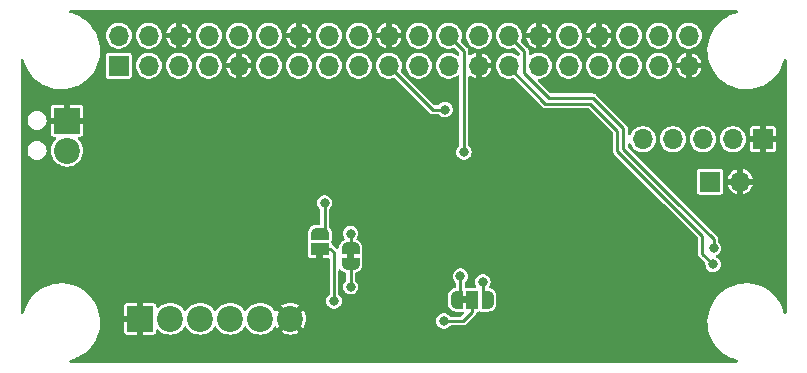
<source format=gbl>
%TF.GenerationSoftware,KiCad,Pcbnew,7.0.6*%
%TF.CreationDate,2023-08-14T14:17:20+01:00*%
%TF.ProjectId,canhat,63616e68-6174-42e6-9b69-6361645f7063,8*%
%TF.SameCoordinates,Original*%
%TF.FileFunction,Copper,L2,Bot*%
%TF.FilePolarity,Positive*%
%FSLAX46Y46*%
G04 Gerber Fmt 4.6, Leading zero omitted, Abs format (unit mm)*
G04 Created by KiCad (PCBNEW 7.0.6) date 2023-08-14 14:17:20*
%MOMM*%
%LPD*%
G01*
G04 APERTURE LIST*
G04 Aperture macros list*
%AMFreePoly0*
4,1,19,0.550000,-0.750000,0.000000,-0.750000,0.000000,-0.744911,-0.071157,-0.744911,-0.207708,-0.704816,-0.327430,-0.627875,-0.420627,-0.520320,-0.479746,-0.390866,-0.500000,-0.250000,-0.500000,0.250000,-0.479746,0.390866,-0.420627,0.520320,-0.327430,0.627875,-0.207708,0.704816,-0.071157,0.744911,0.000000,0.744911,0.000000,0.750000,0.550000,0.750000,0.550000,-0.750000,0.550000,-0.750000,
$1*%
%AMFreePoly1*
4,1,19,0.000000,0.744911,0.071157,0.744911,0.207708,0.704816,0.327430,0.627875,0.420627,0.520320,0.479746,0.390866,0.500000,0.250000,0.500000,-0.250000,0.479746,-0.390866,0.420627,-0.520320,0.327430,-0.627875,0.207708,-0.704816,0.071157,-0.744911,0.000000,-0.744911,0.000000,-0.750000,-0.550000,-0.750000,-0.550000,0.750000,0.000000,0.750000,0.000000,0.744911,0.000000,0.744911,
$1*%
%AMFreePoly2*
4,1,19,0.500000,-0.750000,0.000000,-0.750000,0.000000,-0.744911,-0.071157,-0.744911,-0.207708,-0.704816,-0.327430,-0.627875,-0.420627,-0.520320,-0.479746,-0.390866,-0.500000,-0.250000,-0.500000,0.250000,-0.479746,0.390866,-0.420627,0.520320,-0.327430,0.627875,-0.207708,0.704816,-0.071157,0.744911,0.000000,0.744911,0.000000,0.750000,0.500000,0.750000,0.500000,-0.750000,0.500000,-0.750000,
$1*%
%AMFreePoly3*
4,1,19,0.000000,0.744911,0.071157,0.744911,0.207708,0.704816,0.327430,0.627875,0.420627,0.520320,0.479746,0.390866,0.500000,0.250000,0.500000,-0.250000,0.479746,-0.390866,0.420627,-0.520320,0.327430,-0.627875,0.207708,-0.704816,0.071157,-0.744911,0.000000,-0.744911,0.000000,-0.750000,-0.500000,-0.750000,-0.500000,0.750000,0.000000,0.750000,0.000000,0.744911,0.000000,0.744911,
$1*%
G04 Aperture macros list end*
%TA.AperFunction,ComponentPad*%
%ADD10R,1.700000X1.700000*%
%TD*%
%TA.AperFunction,ComponentPad*%
%ADD11O,1.700000X1.700000*%
%TD*%
%TA.AperFunction,ComponentPad*%
%ADD12R,2.200000X2.200000*%
%TD*%
%TA.AperFunction,ComponentPad*%
%ADD13C,2.200000*%
%TD*%
%TA.AperFunction,SMDPad,CuDef*%
%ADD14FreePoly0,0.000000*%
%TD*%
%TA.AperFunction,SMDPad,CuDef*%
%ADD15R,1.000000X1.500000*%
%TD*%
%TA.AperFunction,SMDPad,CuDef*%
%ADD16FreePoly1,0.000000*%
%TD*%
%TA.AperFunction,SMDPad,CuDef*%
%ADD17FreePoly0,90.000000*%
%TD*%
%TA.AperFunction,SMDPad,CuDef*%
%ADD18R,1.500000X1.000000*%
%TD*%
%TA.AperFunction,SMDPad,CuDef*%
%ADD19FreePoly1,90.000000*%
%TD*%
%TA.AperFunction,SMDPad,CuDef*%
%ADD20FreePoly2,90.000000*%
%TD*%
%TA.AperFunction,SMDPad,CuDef*%
%ADD21FreePoly3,90.000000*%
%TD*%
%TA.AperFunction,ViaPad*%
%ADD22C,0.800000*%
%TD*%
%TA.AperFunction,Conductor*%
%ADD23C,0.250000*%
%TD*%
G04 APERTURE END LIST*
%TA.AperFunction,EtchedComponent*%
%TO.C,JP4*%
G36*
X77900000Y-74900000D02*
G01*
X77400000Y-74900000D01*
X77400000Y-74300000D01*
X77900000Y-74300000D01*
X77900000Y-74900000D01*
G37*
%TD.AperFunction*%
%TA.AperFunction,EtchedComponent*%
%TO.C,JP2*%
G36*
X65700000Y-71200000D02*
G01*
X65100000Y-71200000D01*
X65100000Y-70700000D01*
X65700000Y-70700000D01*
X65700000Y-71200000D01*
G37*
%TD.AperFunction*%
%TA.AperFunction,EtchedComponent*%
%TO.C,JP3*%
G36*
X68300000Y-71150000D02*
G01*
X67700000Y-71150000D01*
X67700000Y-70650000D01*
X68300000Y-70650000D01*
X68300000Y-71150000D01*
G37*
%TD.AperFunction*%
%TD*%
D10*
%TO.P,JP1,1,A*%
%TO.N,Net-(JP1-Pad1)*%
X98460000Y-64600000D03*
D11*
%TO.P,JP1,2,B*%
%TO.N,GND*%
X101000000Y-64600000D03*
%TD*%
D12*
%TO.P,J2,1,Pin_1*%
%TO.N,GND*%
X50200000Y-76200000D03*
D13*
%TO.P,J2,2,Pin_2*%
%TO.N,/CAN_P*%
X52740000Y-76200000D03*
%TO.P,J2,3,Pin_3*%
%TO.N,/CAN_N*%
X55280000Y-76200000D03*
%TO.P,J2,4,Pin_4*%
X57820000Y-76200000D03*
%TO.P,J2,5,Pin_5*%
%TO.N,/CAN_P*%
X60360000Y-76200000D03*
%TO.P,J2,6,Pin_6*%
%TO.N,GND*%
X62900000Y-76200000D03*
%TD*%
D12*
%TO.P,J5,1,Pin_1*%
%TO.N,GND*%
X44000000Y-59430000D03*
D13*
%TO.P,J5,2,Pin_2*%
%TO.N,+12V*%
X44000000Y-61970000D03*
%TD*%
D10*
%TO.P,J3,1,Pin_1*%
%TO.N,GND*%
X102900000Y-61000000D03*
D11*
%TO.P,J3,2,Pin_2*%
%TO.N,/GPIO21*%
X100360000Y-61000000D03*
%TO.P,J3,3,Pin_3*%
%TO.N,/GPIO26*%
X97820000Y-61000000D03*
%TO.P,J3,4,Pin_4*%
%TO.N,/GPIO20*%
X95280000Y-61000000D03*
%TO.P,J3,5,Pin_5*%
%TO.N,/GPIO19*%
X92740000Y-61000000D03*
%TD*%
D10*
%TO.P,J1,1,3V3*%
%TO.N,unconnected-(J1-Pad1)*%
X48370000Y-54770000D03*
D11*
%TO.P,J1,2,5V*%
%TO.N,+5V*%
X48370000Y-52230000D03*
%TO.P,J1,3,SDA/GPIO2*%
%TO.N,unconnected-(J1-Pad3)*%
X50910000Y-54770000D03*
%TO.P,J1,4,5V*%
%TO.N,+5V*%
X50910000Y-52230000D03*
%TO.P,J1,5,SCL/GPIO3*%
%TO.N,unconnected-(J1-Pad5)*%
X53450000Y-54770000D03*
%TO.P,J1,6,GND*%
%TO.N,GND*%
X53450000Y-52230000D03*
%TO.P,J1,7,GCLK0/GPIO4*%
%TO.N,unconnected-(J1-Pad7)*%
X55990000Y-54770000D03*
%TO.P,J1,8,GPIO14/TXD*%
%TO.N,unconnected-(J1-Pad8)*%
X55990000Y-52230000D03*
%TO.P,J1,9,GND*%
%TO.N,GND*%
X58530000Y-54770000D03*
%TO.P,J1,10,GPIO15/RXD*%
%TO.N,unconnected-(J1-Pad10)*%
X58530000Y-52230000D03*
%TO.P,J1,11,GPIO17*%
%TO.N,unconnected-(J1-Pad11)*%
X61070000Y-54770000D03*
%TO.P,J1,12,GPIO18/PWM0*%
%TO.N,unconnected-(J1-Pad12)*%
X61070000Y-52230000D03*
%TO.P,J1,13,GPIO27*%
%TO.N,unconnected-(J1-Pad13)*%
X63610000Y-54770000D03*
%TO.P,J1,14,GND*%
%TO.N,GND*%
X63610000Y-52230000D03*
%TO.P,J1,15,GPIO22*%
%TO.N,/TRXEN*%
X66150000Y-54770000D03*
%TO.P,J1,16,GPIO23*%
%TO.N,unconnected-(J1-Pad16)*%
X66150000Y-52230000D03*
%TO.P,J1,17,3V3*%
%TO.N,+3V3*%
X68690000Y-54770000D03*
%TO.P,J1,18,GPIO24*%
%TO.N,unconnected-(J1-Pad18)*%
X68690000Y-52230000D03*
%TO.P,J1,19,MOSI0/GPIO10*%
%TO.N,/MOSI*%
X71230000Y-54770000D03*
%TO.P,J1,20,GND*%
%TO.N,GND*%
X71230000Y-52230000D03*
%TO.P,J1,21,MISO0/GPIO9*%
%TO.N,/MISO*%
X73770000Y-54770000D03*
%TO.P,J1,22,GPIO25*%
%TO.N,unconnected-(J1-Pad22)*%
X73770000Y-52230000D03*
%TO.P,J1,23,SCLK0/GPIO11*%
%TO.N,/SCK*%
X76310000Y-54770000D03*
%TO.P,J1,24,~{CE0}/GPIO8*%
%TO.N,/~{CS}*%
X76310000Y-52230000D03*
%TO.P,J1,25,GND*%
%TO.N,GND*%
X78850000Y-54770000D03*
%TO.P,J1,26,~{CE1}/GPIO7*%
%TO.N,unconnected-(J1-Pad26)*%
X78850000Y-52230000D03*
%TO.P,J1,27,ID_SD/GPIO0*%
%TO.N,/ID_SD*%
X81390000Y-54770000D03*
%TO.P,J1,28,ID_SC/GPIO1*%
%TO.N,/ID_SC*%
X81390000Y-52230000D03*
%TO.P,J1,29,GCLK1/GPIO5*%
%TO.N,unconnected-(J1-Pad29)*%
X83930000Y-54770000D03*
%TO.P,J1,30,GND*%
%TO.N,GND*%
X83930000Y-52230000D03*
%TO.P,J1,31,GCLK2/GPIO6*%
%TO.N,unconnected-(J1-Pad31)*%
X86470000Y-54770000D03*
%TO.P,J1,32,PWM0/GPIO12*%
%TO.N,/~{INT}*%
X86470000Y-52230000D03*
%TO.P,J1,33,PWM1/GPIO13*%
%TO.N,unconnected-(J1-Pad33)*%
X89010000Y-54770000D03*
%TO.P,J1,34,GND*%
%TO.N,GND*%
X89010000Y-52230000D03*
%TO.P,J1,35,GPIO19/MISO1*%
%TO.N,/GPIO19*%
X91550000Y-54770000D03*
%TO.P,J1,36,GPIO16*%
%TO.N,unconnected-(J1-Pad36)*%
X91550000Y-52230000D03*
%TO.P,J1,37,GPIO26*%
%TO.N,/GPIO26*%
X94090000Y-54770000D03*
%TO.P,J1,38,GPIO20/MOSI1*%
%TO.N,/GPIO20*%
X94090000Y-52230000D03*
%TO.P,J1,39,GND*%
%TO.N,GND*%
X96630000Y-54770000D03*
%TO.P,J1,40,GPIO21/SCLK1*%
%TO.N,/GPIO21*%
X96630000Y-52230000D03*
%TD*%
D14*
%TO.P,JP4,1,A*%
%TO.N,+5V*%
X77000000Y-74600000D03*
D15*
%TO.P,JP4,2,C*%
%TO.N,Net-(C6-Pad2)*%
X78300000Y-74600000D03*
D16*
%TO.P,JP4,3,B*%
%TO.N,+3V3*%
X79600000Y-74600000D03*
%TD*%
D17*
%TO.P,JP2,1,A*%
%TO.N,GND*%
X65400000Y-71600000D03*
D18*
%TO.P,JP2,2,C*%
%TO.N,Net-(JP2-Pad2)*%
X65400000Y-70300000D03*
D19*
%TO.P,JP2,3,B*%
%TO.N,/TRXEN*%
X65400000Y-69000000D03*
%TD*%
D20*
%TO.P,JP3,1,A*%
%TO.N,Net-(JP3-Pad1)*%
X68000000Y-71550000D03*
D21*
%TO.P,JP3,2,B*%
%TO.N,+3V3*%
X68000000Y-70250000D03*
%TD*%
D22*
%TO.N,GND*%
X57500000Y-67000000D03*
X60900000Y-69600000D03*
X60900000Y-67700000D03*
X60900000Y-68700000D03*
X75900000Y-72400000D03*
X53900000Y-64100000D03*
X83500000Y-69000000D03*
X74700000Y-76700000D03*
X47500000Y-74600000D03*
X81250000Y-68250000D03*
X68700000Y-66000000D03*
X67500000Y-61200000D03*
X91400000Y-72300000D03*
X93700000Y-67700000D03*
X83500000Y-61000000D03*
X55900000Y-65300000D03*
%TO.N,/MOSI*%
X76000000Y-58500000D03*
%TO.N,/~{CS}*%
X77600000Y-62100000D03*
%TO.N,+3V3*%
X68000000Y-69000000D03*
X79200000Y-73100000D03*
%TO.N,/ID_SD*%
X98700000Y-71600000D03*
%TO.N,/ID_SC*%
X98735000Y-70235000D03*
%TO.N,+5V*%
X77300000Y-72600000D03*
%TO.N,/TRXEN*%
X65800000Y-66400000D03*
%TO.N,Net-(C6-Pad2)*%
X75900000Y-76400000D03*
%TO.N,Net-(JP2-Pad2)*%
X66600000Y-74700000D03*
%TO.N,Net-(JP3-Pad1)*%
X68000000Y-73500000D03*
%TD*%
D23*
%TO.N,/MOSI*%
X74960000Y-58500000D02*
X71230000Y-54770000D01*
X76000000Y-58500000D02*
X74960000Y-58500000D01*
%TO.N,/~{CS}*%
X77600000Y-62000000D02*
X77600000Y-62100000D01*
X77600000Y-53520000D02*
X77600000Y-62000000D01*
X76310000Y-52230000D02*
X77600000Y-53520000D01*
%TO.N,+3V3*%
X79600000Y-74600000D02*
X79200000Y-74200000D01*
X68000000Y-70250000D02*
X68000000Y-69000000D01*
X79200000Y-74200000D02*
X79200000Y-73100000D01*
%TO.N,/ID_SD*%
X84500000Y-58000000D02*
X88300000Y-58000000D01*
X81390000Y-54770000D02*
X81390000Y-54890000D01*
X81390000Y-54890000D02*
X84500000Y-58000000D01*
X88300000Y-58000000D02*
X90600000Y-60300000D01*
X97800000Y-69200000D02*
X97800000Y-70700000D01*
X90600000Y-62000000D02*
X94800000Y-66200000D01*
X90600000Y-60300000D02*
X90600000Y-62000000D01*
X97800000Y-70700000D02*
X98700000Y-71600000D01*
X94800000Y-66200000D02*
X97800000Y-69200000D01*
%TO.N,/ID_SC*%
X98735000Y-69435000D02*
X98735000Y-70235000D01*
X91100000Y-61800000D02*
X95500000Y-66200000D01*
X88500000Y-57500000D02*
X91100000Y-60100000D01*
X91100000Y-60100000D02*
X91100000Y-61800000D01*
X82700000Y-53540000D02*
X82700000Y-55400000D01*
X95500000Y-66200000D02*
X98735000Y-69435000D01*
X84800000Y-57500000D02*
X88500000Y-57500000D01*
X82700000Y-55400000D02*
X84800000Y-57500000D01*
X81390000Y-52230000D02*
X82700000Y-53540000D01*
%TO.N,+5V*%
X77300000Y-74300000D02*
X77300000Y-72600000D01*
X77000000Y-74600000D02*
X77300000Y-74300000D01*
%TO.N,/TRXEN*%
X65800000Y-68400000D02*
X65800000Y-66400000D01*
X65800000Y-68400000D02*
X65800000Y-68600000D01*
X65800000Y-68600000D02*
X65400000Y-69000000D01*
%TO.N,Net-(C6-Pad2)*%
X77500000Y-76400000D02*
X78300000Y-75600000D01*
X75900000Y-76400000D02*
X77500000Y-76400000D01*
X78300000Y-75600000D02*
X78300000Y-74600000D01*
%TO.N,Net-(JP2-Pad2)*%
X66300000Y-70300000D02*
X66600000Y-70600000D01*
X65400000Y-70300000D02*
X66300000Y-70300000D01*
X66600000Y-70600000D02*
X66600000Y-74700000D01*
%TO.N,Net-(JP3-Pad1)*%
X68000000Y-73500000D02*
X68000000Y-71550000D01*
%TD*%
%TA.AperFunction,Conductor*%
%TO.N,GND*%
G36*
X100745538Y-50095185D02*
G01*
X100791293Y-50147989D01*
X100801237Y-50217147D01*
X100772212Y-50280703D01*
X100713434Y-50318477D01*
X100712265Y-50318813D01*
X100687517Y-50325812D01*
X100434831Y-50397264D01*
X100434818Y-50397268D01*
X100099968Y-50533273D01*
X100099962Y-50533276D01*
X99782108Y-50705290D01*
X99782107Y-50705291D01*
X99485081Y-50911244D01*
X99212530Y-51148609D01*
X98967740Y-51414522D01*
X98753691Y-51705747D01*
X98753690Y-51705748D01*
X98572977Y-52018752D01*
X98427792Y-52349741D01*
X98427791Y-52349742D01*
X98319901Y-52694686D01*
X98250611Y-53049410D01*
X98250609Y-53049424D01*
X98220765Y-53409599D01*
X98220765Y-53409602D01*
X98230723Y-53770893D01*
X98230723Y-53770894D01*
X98232275Y-53782085D01*
X98254665Y-53943555D01*
X98280368Y-54128908D01*
X98369093Y-54479273D01*
X98369093Y-54479275D01*
X98495819Y-54817746D01*
X98495822Y-54817753D01*
X98495823Y-54817754D01*
X98659020Y-55140240D01*
X98856703Y-55442816D01*
X99022948Y-55644676D01*
X99086473Y-55721810D01*
X99086478Y-55721815D01*
X99345539Y-55973834D01*
X99630753Y-56195826D01*
X99630755Y-56195827D01*
X99938664Y-56385097D01*
X100265524Y-56539346D01*
X100607370Y-56656702D01*
X100960051Y-56735740D01*
X101319286Y-56775500D01*
X101590286Y-56775500D01*
X101626975Y-56773475D01*
X101860880Y-56760571D01*
X102217379Y-56701081D01*
X102565170Y-56602735D01*
X102565176Y-56602732D01*
X102565181Y-56602731D01*
X102744414Y-56529932D01*
X102900032Y-56466726D01*
X103217899Y-56294705D01*
X103514913Y-56088760D01*
X103787469Y-55851391D01*
X104032258Y-55585480D01*
X104246309Y-55294253D01*
X104427023Y-54981247D01*
X104572207Y-54650260D01*
X104680099Y-54305310D01*
X104680100Y-54305301D01*
X104680293Y-54304546D01*
X104680390Y-54304381D01*
X104681120Y-54302048D01*
X104681667Y-54302219D01*
X104715829Y-54244388D01*
X104778248Y-54212993D01*
X104847732Y-54220328D01*
X104902220Y-54264064D01*
X104924412Y-54330315D01*
X104924500Y-54334980D01*
X104924500Y-75685311D01*
X104904815Y-75752350D01*
X104852011Y-75798105D01*
X104782853Y-75808049D01*
X104719297Y-75779024D01*
X104681523Y-75720246D01*
X104680294Y-75715751D01*
X104651108Y-75600500D01*
X104630907Y-75520728D01*
X104628610Y-75514594D01*
X104504180Y-75182253D01*
X104504178Y-75182250D01*
X104504177Y-75182246D01*
X104340980Y-74859760D01*
X104143297Y-74557184D01*
X103913528Y-74278191D01*
X103900449Y-74265468D01*
X103654460Y-74026165D01*
X103369246Y-73804173D01*
X103369244Y-73804172D01*
X103061333Y-73614901D01*
X103061329Y-73614899D01*
X102734489Y-73460660D01*
X102734485Y-73460658D01*
X102734476Y-73460654D01*
X102734470Y-73460652D01*
X102734468Y-73460651D01*
X102392638Y-73343300D01*
X102392633Y-73343299D01*
X102392630Y-73343298D01*
X102039949Y-73264260D01*
X102039945Y-73264259D01*
X102039943Y-73264259D01*
X101680714Y-73224500D01*
X101409717Y-73224500D01*
X101409714Y-73224500D01*
X101139120Y-73239429D01*
X100782619Y-73298919D01*
X100782615Y-73298920D01*
X100434831Y-73397264D01*
X100434818Y-73397268D01*
X100099968Y-73533273D01*
X100099962Y-73533276D01*
X99782108Y-73705290D01*
X99782107Y-73705291D01*
X99485081Y-73911244D01*
X99212530Y-74148609D01*
X98967740Y-74414522D01*
X98753691Y-74705747D01*
X98753690Y-74705748D01*
X98572977Y-75018752D01*
X98427792Y-75349741D01*
X98427791Y-75349742D01*
X98319901Y-75694686D01*
X98250611Y-76049410D01*
X98250609Y-76049424D01*
X98220765Y-76409599D01*
X98220765Y-76409602D01*
X98230723Y-76770893D01*
X98230723Y-76770894D01*
X98232037Y-76780367D01*
X98279901Y-77125545D01*
X98280368Y-77128908D01*
X98369093Y-77479273D01*
X98369093Y-77479275D01*
X98495819Y-77817746D01*
X98495822Y-77817753D01*
X98495823Y-77817754D01*
X98659020Y-78140240D01*
X98856703Y-78442816D01*
X98856705Y-78442818D01*
X99086473Y-78721810D01*
X99086478Y-78721815D01*
X99345539Y-78973834D01*
X99630753Y-79195826D01*
X99630755Y-79195827D01*
X99774439Y-79284149D01*
X99938666Y-79385098D01*
X99938670Y-79385100D01*
X100036722Y-79431371D01*
X100265524Y-79539346D01*
X100607370Y-79656702D01*
X100709106Y-79679501D01*
X100770218Y-79713370D01*
X100803318Y-79774901D01*
X100797897Y-79844560D01*
X100755676Y-79900231D01*
X100690060Y-79924237D01*
X100681989Y-79924500D01*
X44321501Y-79924500D01*
X44254462Y-79904815D01*
X44208707Y-79852011D01*
X44198763Y-79782853D01*
X44227788Y-79719297D01*
X44286566Y-79681523D01*
X44287760Y-79681179D01*
X44565170Y-79602735D01*
X44565176Y-79602732D01*
X44565181Y-79602731D01*
X44872454Y-79477927D01*
X44900032Y-79466726D01*
X45217899Y-79294705D01*
X45514913Y-79088760D01*
X45787469Y-78851391D01*
X46032258Y-78585480D01*
X46246309Y-78294253D01*
X46427023Y-77981247D01*
X46572207Y-77650260D01*
X46674057Y-77324628D01*
X48850000Y-77324628D01*
X48864503Y-77397540D01*
X48864505Y-77397544D01*
X48919760Y-77480239D01*
X49002455Y-77535494D01*
X49002459Y-77535496D01*
X49075371Y-77549999D01*
X49075374Y-77550000D01*
X49950000Y-77550000D01*
X49950000Y-76691683D01*
X49978819Y-76709209D01*
X50124404Y-76750000D01*
X50237622Y-76750000D01*
X50349783Y-76734584D01*
X50450000Y-76691053D01*
X50450000Y-77550000D01*
X51324626Y-77550000D01*
X51324628Y-77549999D01*
X51397540Y-77535496D01*
X51397544Y-77535494D01*
X51480239Y-77480239D01*
X51535494Y-77397544D01*
X51535496Y-77397540D01*
X51549999Y-77324628D01*
X51550000Y-77324626D01*
X51550000Y-77219258D01*
X51569685Y-77152219D01*
X51622489Y-77106464D01*
X51691647Y-77096520D01*
X51755203Y-77125545D01*
X51761681Y-77131577D01*
X51868599Y-77238495D01*
X51964021Y-77305310D01*
X52062165Y-77374032D01*
X52062167Y-77374033D01*
X52062170Y-77374035D01*
X52276337Y-77473903D01*
X52276343Y-77473904D01*
X52276344Y-77473905D01*
X52305716Y-77481775D01*
X52504592Y-77535063D01*
X52675319Y-77550000D01*
X52739999Y-77555659D01*
X52740000Y-77555659D01*
X52740001Y-77555659D01*
X52804681Y-77550000D01*
X52975408Y-77535063D01*
X53203663Y-77473903D01*
X53417830Y-77374035D01*
X53611401Y-77238495D01*
X53778495Y-77071401D01*
X53908424Y-76885842D01*
X53963002Y-76842217D01*
X54032500Y-76835023D01*
X54094855Y-76866546D01*
X54111575Y-76885842D01*
X54226869Y-77050500D01*
X54241505Y-77071401D01*
X54408599Y-77238495D01*
X54504021Y-77305310D01*
X54602165Y-77374032D01*
X54602167Y-77374033D01*
X54602170Y-77374035D01*
X54816337Y-77473903D01*
X54816343Y-77473904D01*
X54816344Y-77473905D01*
X54845716Y-77481775D01*
X55044592Y-77535063D01*
X55215319Y-77550000D01*
X55279999Y-77555659D01*
X55280000Y-77555659D01*
X55280001Y-77555659D01*
X55344681Y-77550000D01*
X55515408Y-77535063D01*
X55743663Y-77473903D01*
X55957830Y-77374035D01*
X56151401Y-77238495D01*
X56318495Y-77071401D01*
X56448424Y-76885842D01*
X56503002Y-76842217D01*
X56572500Y-76835023D01*
X56634855Y-76866546D01*
X56651575Y-76885842D01*
X56766869Y-77050500D01*
X56781505Y-77071401D01*
X56948599Y-77238495D01*
X57044021Y-77305310D01*
X57142165Y-77374032D01*
X57142167Y-77374033D01*
X57142170Y-77374035D01*
X57356337Y-77473903D01*
X57356343Y-77473904D01*
X57356344Y-77473905D01*
X57385716Y-77481775D01*
X57584592Y-77535063D01*
X57755319Y-77550000D01*
X57819999Y-77555659D01*
X57820000Y-77555659D01*
X57820001Y-77555659D01*
X57884681Y-77550000D01*
X58055408Y-77535063D01*
X58283663Y-77473903D01*
X58497830Y-77374035D01*
X58691401Y-77238495D01*
X58858495Y-77071401D01*
X58988424Y-76885842D01*
X59043002Y-76842217D01*
X59112500Y-76835023D01*
X59174855Y-76866546D01*
X59191575Y-76885842D01*
X59306869Y-77050500D01*
X59321505Y-77071401D01*
X59488599Y-77238495D01*
X59584021Y-77305310D01*
X59682165Y-77374032D01*
X59682167Y-77374033D01*
X59682170Y-77374035D01*
X59896337Y-77473903D01*
X59896343Y-77473904D01*
X59896344Y-77473905D01*
X59925716Y-77481775D01*
X60124592Y-77535063D01*
X60295319Y-77550000D01*
X60359999Y-77555659D01*
X60360000Y-77555659D01*
X60360001Y-77555659D01*
X60424681Y-77550000D01*
X60595408Y-77535063D01*
X60823663Y-77473903D01*
X61037830Y-77374035D01*
X61231401Y-77238495D01*
X61398495Y-77071401D01*
X61528732Y-76885403D01*
X61583307Y-76841780D01*
X61652805Y-76834586D01*
X61715160Y-76866109D01*
X61731880Y-76885405D01*
X61785073Y-76961373D01*
X62374070Y-76372374D01*
X62376884Y-76385915D01*
X62446442Y-76520156D01*
X62549638Y-76630652D01*
X62678819Y-76709209D01*
X62730002Y-76723549D01*
X62138625Y-77314925D01*
X62222421Y-77373599D01*
X62436507Y-77473429D01*
X62436516Y-77473433D01*
X62664673Y-77534567D01*
X62664684Y-77534569D01*
X62899998Y-77555157D01*
X62900002Y-77555157D01*
X63135315Y-77534569D01*
X63135326Y-77534567D01*
X63363483Y-77473433D01*
X63363492Y-77473429D01*
X63577578Y-77373600D01*
X63577582Y-77373598D01*
X63661373Y-77314926D01*
X63661373Y-77314925D01*
X63071568Y-76725121D01*
X63188458Y-76674349D01*
X63305739Y-76578934D01*
X63392928Y-76455415D01*
X63423354Y-76369802D01*
X64014925Y-76961373D01*
X64014926Y-76961373D01*
X64073598Y-76877582D01*
X64073600Y-76877578D01*
X64173429Y-76663492D01*
X64173433Y-76663483D01*
X64234567Y-76435326D01*
X64234569Y-76435315D01*
X64237659Y-76400000D01*
X75244722Y-76400000D01*
X75263762Y-76556818D01*
X75318222Y-76700416D01*
X75319780Y-76704523D01*
X75409517Y-76834530D01*
X75527760Y-76939283D01*
X75527762Y-76939284D01*
X75667634Y-77012696D01*
X75821014Y-77050500D01*
X75821015Y-77050500D01*
X75978985Y-77050500D01*
X76132365Y-77012696D01*
X76203296Y-76975468D01*
X76272240Y-76939283D01*
X76390483Y-76834530D01*
X76394257Y-76829061D01*
X76448537Y-76785071D01*
X76496308Y-76775500D01*
X77448196Y-76775500D01*
X77473641Y-76778139D01*
X77477440Y-76778935D01*
X77484268Y-76780367D01*
X77505225Y-76777754D01*
X77519492Y-76775977D01*
X77527168Y-76775500D01*
X77531112Y-76775500D01*
X77531114Y-76775500D01*
X77531116Y-76775499D01*
X77531122Y-76775499D01*
X77546487Y-76772934D01*
X77554140Y-76771657D01*
X77608626Y-76764866D01*
X77608627Y-76764865D01*
X77608629Y-76764865D01*
X77616141Y-76762628D01*
X77623606Y-76760066D01*
X77623606Y-76760065D01*
X77623610Y-76760065D01*
X77671877Y-76733944D01*
X77721211Y-76709826D01*
X77721213Y-76709823D01*
X77727594Y-76705268D01*
X77733819Y-76700422D01*
X77733826Y-76700419D01*
X77771007Y-76660029D01*
X78528892Y-75902144D01*
X78548741Y-75886025D01*
X78557836Y-75880084D01*
X78579644Y-75852062D01*
X78584721Y-75846316D01*
X78587520Y-75843518D01*
X78601094Y-75824504D01*
X78621642Y-75798105D01*
X78634807Y-75781192D01*
X78638547Y-75774280D01*
X78642006Y-75767203D01*
X78642010Y-75767199D01*
X78649195Y-75743062D01*
X78657671Y-75714595D01*
X78668093Y-75684236D01*
X78708479Y-75627221D01*
X78773279Y-75601091D01*
X78785374Y-75600500D01*
X78824676Y-75600500D01*
X78900808Y-75585356D01*
X78949192Y-75585356D01*
X79049997Y-75605408D01*
X79050000Y-75605408D01*
X79671888Y-75605408D01*
X79671889Y-75605408D01*
X79729645Y-75597103D01*
X79743840Y-75595063D01*
X79743841Y-75595062D01*
X79743845Y-75595062D01*
X79881800Y-75554555D01*
X79947927Y-75524356D01*
X79953573Y-75520728D01*
X79963795Y-75514158D01*
X80068881Y-75446624D01*
X80123824Y-75399016D01*
X80166520Y-75349742D01*
X80217969Y-75290366D01*
X80217971Y-75290363D01*
X80217978Y-75290355D01*
X80257279Y-75229201D01*
X80257282Y-75229193D01*
X80257285Y-75229189D01*
X80317004Y-75098422D01*
X80317007Y-75098416D01*
X80337488Y-75028664D01*
X80337814Y-75026401D01*
X80341525Y-75000583D01*
X80357950Y-74886349D01*
X80357950Y-74813652D01*
X80356670Y-74804748D01*
X80355408Y-74787103D01*
X80355408Y-74412896D01*
X80356670Y-74395250D01*
X80357950Y-74386348D01*
X80357950Y-74313651D01*
X80337488Y-74171336D01*
X80317007Y-74101584D01*
X80317004Y-74101577D01*
X80257285Y-73970810D01*
X80257276Y-73970794D01*
X80246584Y-73954157D01*
X80217978Y-73909645D01*
X80217974Y-73909640D01*
X80217969Y-73909633D01*
X80123822Y-73800981D01*
X80123821Y-73800980D01*
X80068885Y-73753379D01*
X80068882Y-73753377D01*
X80068881Y-73753376D01*
X80033648Y-73730733D01*
X79947932Y-73675646D01*
X79947927Y-73675644D01*
X79947926Y-73675644D01*
X79881800Y-73645445D01*
X79823581Y-73628350D01*
X79764804Y-73590577D01*
X79735779Y-73527021D01*
X79745723Y-73457862D01*
X79756462Y-73438942D01*
X79780220Y-73404523D01*
X79836237Y-73256818D01*
X79855278Y-73100000D01*
X79855204Y-73099386D01*
X79836237Y-72943181D01*
X79814992Y-72887163D01*
X79780220Y-72795477D01*
X79690483Y-72665470D01*
X79572240Y-72560717D01*
X79572238Y-72560716D01*
X79572237Y-72560715D01*
X79432365Y-72487303D01*
X79278986Y-72449500D01*
X79278985Y-72449500D01*
X79121015Y-72449500D01*
X79121014Y-72449500D01*
X78967634Y-72487303D01*
X78827762Y-72560715D01*
X78709516Y-72665471D01*
X78619781Y-72795475D01*
X78619780Y-72795476D01*
X78563762Y-72943181D01*
X78544722Y-73099999D01*
X78544722Y-73100000D01*
X78563762Y-73256818D01*
X78619780Y-73404523D01*
X78620148Y-73405056D01*
X78620297Y-73405507D01*
X78623267Y-73411167D01*
X78622326Y-73411660D01*
X78642034Y-73471409D01*
X78624571Y-73539062D01*
X78573306Y-73586534D01*
X78518101Y-73599500D01*
X77799500Y-73599500D01*
X77732461Y-73579815D01*
X77686706Y-73527011D01*
X77675500Y-73475500D01*
X77675500Y-73192202D01*
X77695185Y-73125163D01*
X77717274Y-73099386D01*
X77755561Y-73065468D01*
X77790483Y-73034530D01*
X77880220Y-72904523D01*
X77936237Y-72756818D01*
X77955278Y-72600000D01*
X77936237Y-72443182D01*
X77880220Y-72295477D01*
X77790483Y-72165470D01*
X77672240Y-72060717D01*
X77672238Y-72060716D01*
X77672237Y-72060715D01*
X77532365Y-71987303D01*
X77378986Y-71949500D01*
X77378985Y-71949500D01*
X77221015Y-71949500D01*
X77221014Y-71949500D01*
X77067634Y-71987303D01*
X76927762Y-72060715D01*
X76809516Y-72165471D01*
X76719781Y-72295475D01*
X76719780Y-72295476D01*
X76663762Y-72443181D01*
X76644722Y-72599999D01*
X76644722Y-72600000D01*
X76663762Y-72756818D01*
X76719780Y-72904523D01*
X76719781Y-72904524D01*
X76809517Y-73034531D01*
X76882726Y-73099386D01*
X76919853Y-73158574D01*
X76924500Y-73192202D01*
X76924500Y-73492044D01*
X76904815Y-73559083D01*
X76852011Y-73604838D01*
X76835436Y-73611021D01*
X76718199Y-73645445D01*
X76652072Y-73675644D01*
X76652067Y-73675646D01*
X76531125Y-73753372D01*
X76531114Y-73753379D01*
X76476178Y-73800980D01*
X76476177Y-73800981D01*
X76382030Y-73909633D01*
X76382019Y-73909649D01*
X76342723Y-73970794D01*
X76342714Y-73970810D01*
X76282995Y-74101577D01*
X76262512Y-74171334D01*
X76262510Y-74171340D01*
X76242050Y-74313651D01*
X76242050Y-74386348D01*
X76243330Y-74395250D01*
X76244592Y-74412896D01*
X76244592Y-74787103D01*
X76243330Y-74804748D01*
X76242050Y-74813648D01*
X76242050Y-74886348D01*
X76262510Y-75028659D01*
X76262512Y-75028665D01*
X76282995Y-75098422D01*
X76342714Y-75229189D01*
X76342723Y-75229205D01*
X76382019Y-75290350D01*
X76382030Y-75290366D01*
X76476177Y-75399018D01*
X76476178Y-75399019D01*
X76531114Y-75446620D01*
X76531119Y-75446624D01*
X76591596Y-75485490D01*
X76652067Y-75524353D01*
X76652070Y-75524354D01*
X76652073Y-75524356D01*
X76718200Y-75554555D01*
X76856155Y-75595062D01*
X76856156Y-75595062D01*
X76856159Y-75595063D01*
X76877613Y-75598147D01*
X76928111Y-75605408D01*
X76928112Y-75605408D01*
X77464192Y-75605408D01*
X77531231Y-75625093D01*
X77576986Y-75677897D01*
X77586930Y-75747055D01*
X77557905Y-75810611D01*
X77551873Y-75817089D01*
X77380781Y-75988181D01*
X77319458Y-76021666D01*
X77293100Y-76024500D01*
X76496308Y-76024500D01*
X76429269Y-76004815D01*
X76394257Y-75970938D01*
X76390483Y-75965470D01*
X76272240Y-75860717D01*
X76272238Y-75860716D01*
X76272237Y-75860715D01*
X76132365Y-75787303D01*
X75978986Y-75749500D01*
X75978985Y-75749500D01*
X75821015Y-75749500D01*
X75821014Y-75749500D01*
X75667634Y-75787303D01*
X75527762Y-75860715D01*
X75409516Y-75965471D01*
X75319781Y-76095475D01*
X75319780Y-76095476D01*
X75263762Y-76243181D01*
X75244722Y-76399999D01*
X75244722Y-76400000D01*
X64237659Y-76400000D01*
X64255157Y-76200001D01*
X64255157Y-76199998D01*
X64234569Y-75964684D01*
X64234567Y-75964673D01*
X64173433Y-75736516D01*
X64173429Y-75736507D01*
X64073600Y-75522423D01*
X64073599Y-75522421D01*
X64014925Y-75438626D01*
X64014925Y-75438625D01*
X63425928Y-76027621D01*
X63423116Y-76014085D01*
X63353558Y-75879844D01*
X63250362Y-75769348D01*
X63121181Y-75690791D01*
X63069996Y-75676449D01*
X63661373Y-75085073D01*
X63661373Y-75085072D01*
X63577583Y-75026402D01*
X63577579Y-75026400D01*
X63363492Y-74926570D01*
X63363483Y-74926566D01*
X63135326Y-74865432D01*
X63135315Y-74865430D01*
X62900002Y-74844843D01*
X62899998Y-74844843D01*
X62664684Y-74865430D01*
X62664673Y-74865432D01*
X62436516Y-74926566D01*
X62436507Y-74926570D01*
X62222419Y-75026401D01*
X62138625Y-75085072D01*
X62138625Y-75085073D01*
X62728430Y-75674879D01*
X62611542Y-75725651D01*
X62494261Y-75821066D01*
X62407072Y-75944585D01*
X62376644Y-76030198D01*
X61785073Y-75438625D01*
X61731881Y-75514594D01*
X61677304Y-75558219D01*
X61607806Y-75565413D01*
X61545451Y-75533891D01*
X61528730Y-75514594D01*
X61398494Y-75328597D01*
X61231402Y-75161506D01*
X61231395Y-75161501D01*
X61037834Y-75025967D01*
X61037830Y-75025965D01*
X60991850Y-75004524D01*
X60823663Y-74926097D01*
X60823659Y-74926096D01*
X60823655Y-74926094D01*
X60595413Y-74864938D01*
X60595403Y-74864936D01*
X60360001Y-74844341D01*
X60359999Y-74844341D01*
X60124596Y-74864936D01*
X60124586Y-74864938D01*
X59896344Y-74926094D01*
X59896335Y-74926098D01*
X59682171Y-75025964D01*
X59682169Y-75025965D01*
X59488597Y-75161505D01*
X59321508Y-75328594D01*
X59191574Y-75514160D01*
X59136997Y-75557784D01*
X59067498Y-75564977D01*
X59005144Y-75533455D01*
X58988429Y-75514164D01*
X58858495Y-75328599D01*
X58858493Y-75328596D01*
X58691402Y-75161506D01*
X58691395Y-75161501D01*
X58497834Y-75025967D01*
X58497830Y-75025965D01*
X58451850Y-75004524D01*
X58283663Y-74926097D01*
X58283659Y-74926096D01*
X58283655Y-74926094D01*
X58055413Y-74864938D01*
X58055403Y-74864936D01*
X57820001Y-74844341D01*
X57819999Y-74844341D01*
X57584596Y-74864936D01*
X57584586Y-74864938D01*
X57356344Y-74926094D01*
X57356335Y-74926098D01*
X57142171Y-75025964D01*
X57142169Y-75025965D01*
X56948597Y-75161505D01*
X56781505Y-75328597D01*
X56651575Y-75514158D01*
X56596998Y-75557783D01*
X56527500Y-75564977D01*
X56465145Y-75533454D01*
X56448425Y-75514158D01*
X56318494Y-75328597D01*
X56151402Y-75161506D01*
X56151395Y-75161501D01*
X55957834Y-75025967D01*
X55957830Y-75025965D01*
X55911850Y-75004524D01*
X55743663Y-74926097D01*
X55743659Y-74926096D01*
X55743655Y-74926094D01*
X55515413Y-74864938D01*
X55515403Y-74864936D01*
X55280001Y-74844341D01*
X55279999Y-74844341D01*
X55044596Y-74864936D01*
X55044586Y-74864938D01*
X54816344Y-74926094D01*
X54816335Y-74926098D01*
X54602171Y-75025964D01*
X54602169Y-75025965D01*
X54408597Y-75161505D01*
X54241508Y-75328594D01*
X54111574Y-75514160D01*
X54056997Y-75557784D01*
X53987498Y-75564977D01*
X53925144Y-75533455D01*
X53908429Y-75514164D01*
X53778495Y-75328599D01*
X53778493Y-75328596D01*
X53611402Y-75161506D01*
X53611395Y-75161501D01*
X53417834Y-75025967D01*
X53417830Y-75025965D01*
X53371850Y-75004524D01*
X53203663Y-74926097D01*
X53203659Y-74926096D01*
X53203655Y-74926094D01*
X52975413Y-74864938D01*
X52975403Y-74864936D01*
X52740001Y-74844341D01*
X52739999Y-74844341D01*
X52504596Y-74864936D01*
X52504586Y-74864938D01*
X52276344Y-74926094D01*
X52276335Y-74926098D01*
X52062171Y-75025964D01*
X52062169Y-75025965D01*
X51868600Y-75161503D01*
X51761681Y-75268422D01*
X51700358Y-75301906D01*
X51630666Y-75296922D01*
X51574733Y-75255050D01*
X51550316Y-75189586D01*
X51550000Y-75180740D01*
X51550000Y-75075373D01*
X51549999Y-75075371D01*
X51535496Y-75002459D01*
X51535494Y-75002455D01*
X51480239Y-74919760D01*
X51397544Y-74864505D01*
X51397540Y-74864503D01*
X51324627Y-74850000D01*
X50450000Y-74850000D01*
X50450000Y-75708316D01*
X50421181Y-75690791D01*
X50275596Y-75650000D01*
X50162378Y-75650000D01*
X50050217Y-75665416D01*
X49950000Y-75708946D01*
X49950000Y-74850000D01*
X49075373Y-74850000D01*
X49002459Y-74864503D01*
X49002455Y-74864505D01*
X48919760Y-74919760D01*
X48864505Y-75002455D01*
X48864503Y-75002459D01*
X48850000Y-75075371D01*
X48850000Y-75950000D01*
X49705148Y-75950000D01*
X49656441Y-76087047D01*
X49646123Y-76237886D01*
X49676884Y-76385915D01*
X49710090Y-76450000D01*
X48850000Y-76450000D01*
X48850000Y-77324628D01*
X46674057Y-77324628D01*
X46680099Y-77305310D01*
X46749389Y-76950586D01*
X46750326Y-76939284D01*
X46763493Y-76780367D01*
X46779235Y-76590391D01*
X46769276Y-76229100D01*
X46719633Y-75871097D01*
X46630907Y-75520728D01*
X46628610Y-75514594D01*
X46504180Y-75182253D01*
X46504178Y-75182250D01*
X46504177Y-75182246D01*
X46340980Y-74859760D01*
X46143297Y-74557184D01*
X45913528Y-74278191D01*
X45900449Y-74265468D01*
X45654460Y-74026165D01*
X45369246Y-73804173D01*
X45369244Y-73804172D01*
X45061333Y-73614901D01*
X45061329Y-73614899D01*
X44734489Y-73460660D01*
X44734485Y-73460658D01*
X44734476Y-73460654D01*
X44734470Y-73460652D01*
X44734468Y-73460651D01*
X44392638Y-73343300D01*
X44392633Y-73343299D01*
X44392630Y-73343298D01*
X44039949Y-73264260D01*
X44039945Y-73264259D01*
X44039943Y-73264259D01*
X43680714Y-73224500D01*
X43409717Y-73224500D01*
X43409714Y-73224500D01*
X43139120Y-73239429D01*
X42782619Y-73298919D01*
X42782615Y-73298920D01*
X42434831Y-73397264D01*
X42434818Y-73397268D01*
X42099968Y-73533273D01*
X42099962Y-73533276D01*
X41782108Y-73705290D01*
X41782107Y-73705291D01*
X41485081Y-73911244D01*
X41212530Y-74148609D01*
X40967740Y-74414522D01*
X40753691Y-74705747D01*
X40753690Y-74705748D01*
X40572977Y-75018752D01*
X40427792Y-75349741D01*
X40427791Y-75349742D01*
X40319898Y-75694694D01*
X40319705Y-75695460D01*
X40319608Y-75695623D01*
X40318880Y-75697952D01*
X40318333Y-75697781D01*
X40284165Y-75755616D01*
X40221745Y-75787007D01*
X40152261Y-75779669D01*
X40097776Y-75735929D01*
X40075587Y-75669676D01*
X40075500Y-75665019D01*
X40075500Y-69550004D01*
X64394592Y-69550004D01*
X64414643Y-69650808D01*
X64414644Y-69699189D01*
X64399500Y-69775326D01*
X64399500Y-70824678D01*
X64414032Y-70897735D01*
X64414033Y-70897739D01*
X64414034Y-70897740D01*
X64469399Y-70980601D01*
X64552259Y-71035966D01*
X64552260Y-71035966D01*
X64552264Y-71035967D01*
X64625321Y-71050499D01*
X64625324Y-71050500D01*
X66100500Y-71050500D01*
X66167539Y-71070185D01*
X66213294Y-71122989D01*
X66224500Y-71174500D01*
X66224500Y-74107796D01*
X66204815Y-74174835D01*
X66182727Y-74200611D01*
X66109518Y-74265468D01*
X66019781Y-74395475D01*
X66019780Y-74395476D01*
X65963762Y-74543181D01*
X65944722Y-74699999D01*
X65944722Y-74700000D01*
X65963762Y-74856818D01*
X65990216Y-74926570D01*
X66019780Y-75004523D01*
X66109517Y-75134530D01*
X66227760Y-75239283D01*
X66227762Y-75239284D01*
X66367634Y-75312696D01*
X66521014Y-75350500D01*
X66521015Y-75350500D01*
X66678985Y-75350500D01*
X66832365Y-75312696D01*
X66862419Y-75296922D01*
X66972240Y-75239283D01*
X67090483Y-75134530D01*
X67180220Y-75004523D01*
X67236237Y-74856818D01*
X67255278Y-74700000D01*
X67236237Y-74543182D01*
X67180220Y-74395477D01*
X67090483Y-74265470D01*
X67090481Y-74265468D01*
X67017273Y-74200611D01*
X66980146Y-74141422D01*
X66975500Y-74107796D01*
X66975500Y-72146058D01*
X66995185Y-72079019D01*
X67047989Y-72033264D01*
X67117147Y-72023320D01*
X67180703Y-72052345D01*
X67193216Y-72064859D01*
X67200982Y-72073823D01*
X67309633Y-72167969D01*
X67309640Y-72167974D01*
X67309645Y-72167978D01*
X67354157Y-72196584D01*
X67370794Y-72207276D01*
X67370810Y-72207285D01*
X67465439Y-72250500D01*
X67501584Y-72267007D01*
X67535434Y-72276946D01*
X67594213Y-72314720D01*
X67623238Y-72378275D01*
X67624500Y-72395923D01*
X67624500Y-72907796D01*
X67604815Y-72974835D01*
X67582727Y-73000611D01*
X67509518Y-73065468D01*
X67419781Y-73195475D01*
X67419780Y-73195476D01*
X67363762Y-73343181D01*
X67344722Y-73499999D01*
X67344722Y-73500000D01*
X67363762Y-73656818D01*
X67418436Y-73800980D01*
X67419780Y-73804523D01*
X67509517Y-73934530D01*
X67627760Y-74039283D01*
X67627762Y-74039284D01*
X67767634Y-74112696D01*
X67921014Y-74150500D01*
X67921015Y-74150500D01*
X68078985Y-74150500D01*
X68232365Y-74112696D01*
X68253550Y-74101577D01*
X68372240Y-74039283D01*
X68490483Y-73934530D01*
X68580220Y-73804523D01*
X68636237Y-73656818D01*
X68655278Y-73500000D01*
X68651807Y-73471409D01*
X68636237Y-73343181D01*
X68606306Y-73264260D01*
X68580220Y-73195477D01*
X68490483Y-73065470D01*
X68490481Y-73065468D01*
X68417273Y-73000611D01*
X68380146Y-72941422D01*
X68375500Y-72907796D01*
X68375500Y-72395923D01*
X68395185Y-72328884D01*
X68447989Y-72283129D01*
X68464562Y-72276947D01*
X68498416Y-72267007D01*
X68617340Y-72212696D01*
X68629189Y-72207285D01*
X68629193Y-72207282D01*
X68629201Y-72207279D01*
X68690355Y-72167978D01*
X68690363Y-72167971D01*
X68690366Y-72167969D01*
X68762682Y-72105306D01*
X68799016Y-72073824D01*
X68846624Y-72018881D01*
X68914668Y-71913000D01*
X68924353Y-71897932D01*
X68924353Y-71897931D01*
X68924356Y-71897927D01*
X68954555Y-71831800D01*
X68995062Y-71693845D01*
X69005408Y-71621889D01*
X69005408Y-71050000D01*
X69005408Y-71049997D01*
X69005407Y-71049995D01*
X68985967Y-70952264D01*
X68985966Y-70952263D01*
X68985966Y-70952260D01*
X68985964Y-70952257D01*
X68983976Y-70947457D01*
X68976504Y-70877988D01*
X68983978Y-70852536D01*
X68985962Y-70847745D01*
X68985966Y-70847740D01*
X68990554Y-70824678D01*
X69005407Y-70750004D01*
X69005408Y-70750002D01*
X69005408Y-70178112D01*
X69005408Y-70178111D01*
X68995062Y-70106158D01*
X68995060Y-70106149D01*
X68984772Y-70071111D01*
X68954555Y-69968200D01*
X68924356Y-69902073D01*
X68924354Y-69902070D01*
X68924353Y-69902067D01*
X68885490Y-69841596D01*
X68846624Y-69781119D01*
X68846620Y-69781114D01*
X68799019Y-69726178D01*
X68799018Y-69726177D01*
X68690366Y-69632030D01*
X68690357Y-69632024D01*
X68690355Y-69632022D01*
X68673713Y-69621327D01*
X68629205Y-69592723D01*
X68629200Y-69592720D01*
X68598839Y-69578855D01*
X68575297Y-69568104D01*
X68522495Y-69522350D01*
X68502810Y-69455310D01*
X68522494Y-69388271D01*
X68524740Y-69384898D01*
X68580220Y-69304523D01*
X68636237Y-69156818D01*
X68655278Y-69000000D01*
X68637812Y-68856149D01*
X68636237Y-68843181D01*
X68614992Y-68787164D01*
X68580220Y-68695477D01*
X68490483Y-68565470D01*
X68372240Y-68460717D01*
X68372238Y-68460716D01*
X68372237Y-68460715D01*
X68232365Y-68387303D01*
X68078986Y-68349500D01*
X68078985Y-68349500D01*
X67921015Y-68349500D01*
X67921014Y-68349500D01*
X67767634Y-68387303D01*
X67627762Y-68460715D01*
X67509516Y-68565471D01*
X67419781Y-68695475D01*
X67419780Y-68695476D01*
X67363762Y-68843181D01*
X67344722Y-68999999D01*
X67344722Y-69000000D01*
X67363762Y-69156818D01*
X67419780Y-69304523D01*
X67429662Y-69318840D01*
X67475239Y-69384870D01*
X67497122Y-69451225D01*
X67479656Y-69518876D01*
X67428388Y-69566346D01*
X67424701Y-69568104D01*
X67370805Y-69592717D01*
X67370794Y-69592723D01*
X67309649Y-69632019D01*
X67309633Y-69632030D01*
X67200981Y-69726177D01*
X67200980Y-69726178D01*
X67153379Y-69781114D01*
X67153372Y-69781125D01*
X67075646Y-69902067D01*
X67075644Y-69902072D01*
X67045445Y-69968200D01*
X67004939Y-70106149D01*
X67004937Y-70106158D01*
X66993964Y-70182475D01*
X66964938Y-70246030D01*
X66906160Y-70283804D01*
X66836290Y-70283804D01*
X66783545Y-70252508D01*
X66713512Y-70182475D01*
X66602149Y-70071111D01*
X66586022Y-70051252D01*
X66580086Y-70042167D01*
X66580083Y-70042163D01*
X66552074Y-70020363D01*
X66546310Y-70015272D01*
X66543515Y-70012477D01*
X66524505Y-69998906D01*
X66481189Y-69965190D01*
X66474274Y-69961448D01*
X66470024Y-69959370D01*
X66466285Y-69955953D01*
X66459323Y-69952364D01*
X66459196Y-69952274D01*
X66460400Y-69950574D01*
X66418448Y-69912234D01*
X66400500Y-69847977D01*
X66400500Y-69775323D01*
X66385356Y-69699191D01*
X66385356Y-69650807D01*
X66405408Y-69550002D01*
X66405408Y-68928112D01*
X66405408Y-68928111D01*
X66395062Y-68856155D01*
X66354555Y-68718200D01*
X66324356Y-68652073D01*
X66324354Y-68652070D01*
X66324353Y-68652067D01*
X66285490Y-68591596D01*
X66246624Y-68531119D01*
X66205785Y-68483988D01*
X66176762Y-68420434D01*
X66175500Y-68402788D01*
X66175500Y-68368886D01*
X66175499Y-66992203D01*
X66195184Y-66925164D01*
X66217273Y-66899387D01*
X66290482Y-66834531D01*
X66290483Y-66834530D01*
X66380220Y-66704523D01*
X66436237Y-66556818D01*
X66455278Y-66400000D01*
X66436237Y-66243182D01*
X66380220Y-66095477D01*
X66290483Y-65965470D01*
X66172240Y-65860717D01*
X66172238Y-65860716D01*
X66172237Y-65860715D01*
X66032365Y-65787303D01*
X65878986Y-65749500D01*
X65878985Y-65749500D01*
X65721015Y-65749500D01*
X65721014Y-65749500D01*
X65567634Y-65787303D01*
X65427762Y-65860715D01*
X65309516Y-65965471D01*
X65219781Y-66095475D01*
X65219780Y-66095476D01*
X65163762Y-66243181D01*
X65144722Y-66399999D01*
X65144722Y-66400000D01*
X65163762Y-66556818D01*
X65219780Y-66704523D01*
X65219781Y-66704524D01*
X65309517Y-66834531D01*
X65382726Y-66899386D01*
X65419853Y-66958574D01*
X65424500Y-66992202D01*
X65424500Y-68120592D01*
X65404815Y-68187631D01*
X65352011Y-68233386D01*
X65300500Y-68244592D01*
X65212897Y-68244592D01*
X65195252Y-68243330D01*
X65186351Y-68242050D01*
X65186348Y-68242050D01*
X65113651Y-68242050D01*
X64971340Y-68262510D01*
X64971334Y-68262512D01*
X64901577Y-68282995D01*
X64770810Y-68342714D01*
X64770794Y-68342723D01*
X64709649Y-68382019D01*
X64709633Y-68382030D01*
X64600981Y-68476177D01*
X64600980Y-68476178D01*
X64553379Y-68531114D01*
X64553372Y-68531125D01*
X64475646Y-68652067D01*
X64475644Y-68652072D01*
X64445445Y-68718200D01*
X64404939Y-68856149D01*
X64404936Y-68856159D01*
X64394592Y-68928111D01*
X64394592Y-69550004D01*
X40075500Y-69550004D01*
X40075500Y-61970003D01*
X40654435Y-61970003D01*
X40674630Y-62149249D01*
X40674631Y-62149254D01*
X40734211Y-62319523D01*
X40805931Y-62433664D01*
X40830184Y-62472262D01*
X40957738Y-62599816D01*
X41110478Y-62695789D01*
X41266833Y-62750500D01*
X41280745Y-62755368D01*
X41280750Y-62755369D01*
X41371246Y-62765565D01*
X41415040Y-62770499D01*
X41415043Y-62770500D01*
X41415046Y-62770500D01*
X41504957Y-62770500D01*
X41504958Y-62770499D01*
X41572104Y-62762933D01*
X41639249Y-62755369D01*
X41639252Y-62755368D01*
X41639255Y-62755368D01*
X41809522Y-62695789D01*
X41962262Y-62599816D01*
X42089816Y-62472262D01*
X42185789Y-62319522D01*
X42245368Y-62149255D01*
X42245369Y-62149249D01*
X42265565Y-61970003D01*
X42265565Y-61970000D01*
X42644341Y-61970000D01*
X42664936Y-62205403D01*
X42664938Y-62205413D01*
X42726094Y-62433655D01*
X42726096Y-62433659D01*
X42726097Y-62433663D01*
X42773132Y-62534530D01*
X42825965Y-62647830D01*
X42825967Y-62647834D01*
X42934281Y-62802521D01*
X42961505Y-62841401D01*
X43128599Y-63008495D01*
X43225384Y-63076264D01*
X43322165Y-63144032D01*
X43322167Y-63144033D01*
X43322170Y-63144035D01*
X43536337Y-63243903D01*
X43764592Y-63305063D01*
X43952918Y-63321539D01*
X43999999Y-63325659D01*
X44000000Y-63325659D01*
X44000001Y-63325659D01*
X44039234Y-63322226D01*
X44235408Y-63305063D01*
X44463663Y-63243903D01*
X44677830Y-63144035D01*
X44871401Y-63008495D01*
X45038495Y-62841401D01*
X45174035Y-62647830D01*
X45273903Y-62433663D01*
X45335063Y-62205408D01*
X45355659Y-61970000D01*
X45354876Y-61961056D01*
X45340390Y-61795476D01*
X45335063Y-61734592D01*
X45273903Y-61506337D01*
X45174035Y-61292171D01*
X45140453Y-61244211D01*
X45038496Y-61098600D01*
X45011785Y-61071889D01*
X44931575Y-60991679D01*
X44898092Y-60930359D01*
X44903076Y-60860667D01*
X44944947Y-60804733D01*
X45010411Y-60780316D01*
X45019258Y-60780000D01*
X45124626Y-60780000D01*
X45124628Y-60779999D01*
X45197540Y-60765496D01*
X45197544Y-60765494D01*
X45280239Y-60710239D01*
X45335494Y-60627544D01*
X45335496Y-60627540D01*
X45349999Y-60554628D01*
X45350000Y-60554626D01*
X45350000Y-59680000D01*
X44494852Y-59680000D01*
X44543559Y-59542953D01*
X44553877Y-59392114D01*
X44523116Y-59244085D01*
X44489910Y-59180000D01*
X45350000Y-59180000D01*
X45350000Y-58305373D01*
X45349999Y-58305371D01*
X45335496Y-58232459D01*
X45335494Y-58232455D01*
X45280239Y-58149760D01*
X45197544Y-58094505D01*
X45197540Y-58094503D01*
X45124627Y-58080000D01*
X44250000Y-58080000D01*
X44250000Y-58938316D01*
X44221181Y-58920791D01*
X44075596Y-58880000D01*
X43962378Y-58880000D01*
X43850217Y-58895416D01*
X43750000Y-58938946D01*
X43750000Y-58080000D01*
X42875373Y-58080000D01*
X42802459Y-58094503D01*
X42802455Y-58094505D01*
X42719760Y-58149760D01*
X42664505Y-58232455D01*
X42664503Y-58232459D01*
X42650000Y-58305371D01*
X42650000Y-59180000D01*
X43505148Y-59180000D01*
X43456441Y-59317047D01*
X43446123Y-59467886D01*
X43476884Y-59615915D01*
X43510090Y-59680000D01*
X42650000Y-59680000D01*
X42650000Y-60554628D01*
X42664503Y-60627540D01*
X42664505Y-60627544D01*
X42719760Y-60710239D01*
X42802455Y-60765494D01*
X42802459Y-60765496D01*
X42875371Y-60779999D01*
X42875374Y-60780000D01*
X42980741Y-60780000D01*
X43047780Y-60799685D01*
X43093535Y-60852489D01*
X43103479Y-60921647D01*
X43074454Y-60985203D01*
X43068422Y-60991681D01*
X42961505Y-61098597D01*
X42825965Y-61292169D01*
X42825964Y-61292171D01*
X42726098Y-61506335D01*
X42726094Y-61506344D01*
X42664938Y-61734586D01*
X42664936Y-61734596D01*
X42644341Y-61969999D01*
X42644341Y-61970000D01*
X42265565Y-61970000D01*
X42265565Y-61969996D01*
X42245369Y-61790750D01*
X42245368Y-61790745D01*
X42239747Y-61774682D01*
X42185789Y-61620478D01*
X42089816Y-61467738D01*
X41962262Y-61340184D01*
X41885847Y-61292169D01*
X41809523Y-61244211D01*
X41639254Y-61184631D01*
X41639249Y-61184630D01*
X41504960Y-61169500D01*
X41504954Y-61169500D01*
X41415046Y-61169500D01*
X41415039Y-61169500D01*
X41280750Y-61184630D01*
X41280745Y-61184631D01*
X41110476Y-61244211D01*
X40957737Y-61340184D01*
X40830184Y-61467737D01*
X40734211Y-61620476D01*
X40674631Y-61790745D01*
X40674630Y-61790750D01*
X40654435Y-61969996D01*
X40654435Y-61970003D01*
X40075500Y-61970003D01*
X40075500Y-59430003D01*
X40654435Y-59430003D01*
X40674630Y-59609249D01*
X40674631Y-59609254D01*
X40734211Y-59779523D01*
X40827578Y-59928114D01*
X40830184Y-59932262D01*
X40957738Y-60059816D01*
X41110478Y-60155789D01*
X41280744Y-60215368D01*
X41280745Y-60215368D01*
X41280750Y-60215369D01*
X41371246Y-60225565D01*
X41415040Y-60230499D01*
X41415043Y-60230500D01*
X41415046Y-60230500D01*
X41504957Y-60230500D01*
X41504958Y-60230499D01*
X41572104Y-60222933D01*
X41639249Y-60215369D01*
X41639252Y-60215368D01*
X41639255Y-60215368D01*
X41809522Y-60155789D01*
X41962262Y-60059816D01*
X42089816Y-59932262D01*
X42185789Y-59779522D01*
X42245368Y-59609255D01*
X42245369Y-59609249D01*
X42265565Y-59430003D01*
X42265565Y-59429996D01*
X42245369Y-59250750D01*
X42245368Y-59250745D01*
X42210291Y-59150500D01*
X42185789Y-59080478D01*
X42159904Y-59039283D01*
X42107355Y-58955651D01*
X42089816Y-58927738D01*
X41962262Y-58800184D01*
X41962262Y-58800183D01*
X41809523Y-58704211D01*
X41639254Y-58644631D01*
X41639249Y-58644630D01*
X41504960Y-58629500D01*
X41504954Y-58629500D01*
X41415046Y-58629500D01*
X41415039Y-58629500D01*
X41280750Y-58644630D01*
X41280745Y-58644631D01*
X41110476Y-58704211D01*
X40957737Y-58800184D01*
X40830184Y-58927737D01*
X40734211Y-59080476D01*
X40674631Y-59250745D01*
X40674630Y-59250750D01*
X40654435Y-59429996D01*
X40654435Y-59430003D01*
X40075500Y-59430003D01*
X40075500Y-54314688D01*
X40095185Y-54247649D01*
X40147989Y-54201894D01*
X40217147Y-54191950D01*
X40280703Y-54220975D01*
X40318477Y-54279753D01*
X40319706Y-54284248D01*
X40369093Y-54479273D01*
X40369093Y-54479275D01*
X40495819Y-54817746D01*
X40495822Y-54817753D01*
X40495823Y-54817754D01*
X40659020Y-55140240D01*
X40856703Y-55442816D01*
X41022948Y-55644676D01*
X41086473Y-55721810D01*
X41086478Y-55721815D01*
X41345539Y-55973834D01*
X41630753Y-56195826D01*
X41630755Y-56195827D01*
X41938664Y-56385097D01*
X42265524Y-56539346D01*
X42607370Y-56656702D01*
X42960051Y-56735740D01*
X43319286Y-56775500D01*
X43590286Y-56775500D01*
X43626975Y-56773475D01*
X43860880Y-56760571D01*
X44217379Y-56701081D01*
X44565170Y-56602735D01*
X44565176Y-56602732D01*
X44565181Y-56602731D01*
X44744414Y-56529932D01*
X44900032Y-56466726D01*
X45217899Y-56294705D01*
X45514913Y-56088760D01*
X45787469Y-55851391D01*
X45977762Y-55644678D01*
X47269500Y-55644678D01*
X47284032Y-55717735D01*
X47284033Y-55717739D01*
X47300311Y-55742101D01*
X47339399Y-55800601D01*
X47415413Y-55851391D01*
X47422260Y-55855966D01*
X47422264Y-55855967D01*
X47495321Y-55870499D01*
X47495324Y-55870500D01*
X47495326Y-55870500D01*
X49244676Y-55870500D01*
X49244677Y-55870499D01*
X49317740Y-55855966D01*
X49400601Y-55800601D01*
X49455966Y-55717740D01*
X49470500Y-55644674D01*
X49470500Y-54770000D01*
X49804785Y-54770000D01*
X49823602Y-54973082D01*
X49879417Y-55169247D01*
X49879422Y-55169260D01*
X49970327Y-55351821D01*
X50093237Y-55514581D01*
X50243958Y-55651980D01*
X50243960Y-55651982D01*
X50331710Y-55706314D01*
X50417363Y-55759348D01*
X50607544Y-55833024D01*
X50808024Y-55870500D01*
X50808026Y-55870500D01*
X51011974Y-55870500D01*
X51011976Y-55870500D01*
X51212456Y-55833024D01*
X51402637Y-55759348D01*
X51576041Y-55651981D01*
X51726764Y-55514579D01*
X51849673Y-55351821D01*
X51940582Y-55169250D01*
X51996397Y-54973083D01*
X52015215Y-54770000D01*
X52344785Y-54770000D01*
X52363602Y-54973082D01*
X52419417Y-55169247D01*
X52419422Y-55169260D01*
X52510327Y-55351821D01*
X52633237Y-55514581D01*
X52783958Y-55651980D01*
X52783960Y-55651982D01*
X52871710Y-55706314D01*
X52957363Y-55759348D01*
X53147544Y-55833024D01*
X53348024Y-55870500D01*
X53348026Y-55870500D01*
X53551974Y-55870500D01*
X53551976Y-55870500D01*
X53752456Y-55833024D01*
X53942637Y-55759348D01*
X54116041Y-55651981D01*
X54266764Y-55514579D01*
X54389673Y-55351821D01*
X54480582Y-55169250D01*
X54536397Y-54973083D01*
X54555215Y-54770000D01*
X54884785Y-54770000D01*
X54903602Y-54973082D01*
X54959417Y-55169247D01*
X54959422Y-55169260D01*
X55050327Y-55351821D01*
X55173237Y-55514581D01*
X55323958Y-55651980D01*
X55323960Y-55651982D01*
X55411710Y-55706314D01*
X55497363Y-55759348D01*
X55687544Y-55833024D01*
X55888024Y-55870500D01*
X55888026Y-55870500D01*
X56091974Y-55870500D01*
X56091976Y-55870500D01*
X56292456Y-55833024D01*
X56482637Y-55759348D01*
X56656041Y-55651981D01*
X56806764Y-55514579D01*
X56929673Y-55351821D01*
X57020582Y-55169250D01*
X57076397Y-54973083D01*
X57095215Y-54770000D01*
X57076397Y-54566917D01*
X57063048Y-54519999D01*
X57457471Y-54519999D01*
X57457472Y-54520000D01*
X58096314Y-54520000D01*
X58070507Y-54560156D01*
X58030000Y-54698111D01*
X58030000Y-54841889D01*
X58070507Y-54979844D01*
X58096314Y-55020000D01*
X57457472Y-55020000D01*
X57499885Y-55169065D01*
X57499890Y-55169078D01*
X57590754Y-55351556D01*
X57713608Y-55514242D01*
X57864260Y-55651578D01*
X58037584Y-55758897D01*
X58227678Y-55832539D01*
X58280000Y-55842320D01*
X58280000Y-55205501D01*
X58387685Y-55254680D01*
X58494237Y-55270000D01*
X58565763Y-55270000D01*
X58672315Y-55254680D01*
X58779999Y-55205501D01*
X58780000Y-55842320D01*
X58832321Y-55832539D01*
X59022415Y-55758897D01*
X59195739Y-55651578D01*
X59346391Y-55514242D01*
X59469245Y-55351556D01*
X59560109Y-55169078D01*
X59560114Y-55169065D01*
X59602528Y-55020000D01*
X58963686Y-55020000D01*
X58989493Y-54979844D01*
X59030000Y-54841889D01*
X59030000Y-54770000D01*
X59964785Y-54770000D01*
X59983602Y-54973082D01*
X60039417Y-55169247D01*
X60039422Y-55169260D01*
X60130327Y-55351821D01*
X60253237Y-55514581D01*
X60403958Y-55651980D01*
X60403960Y-55651982D01*
X60491710Y-55706314D01*
X60577363Y-55759348D01*
X60767544Y-55833024D01*
X60968024Y-55870500D01*
X60968026Y-55870500D01*
X61171974Y-55870500D01*
X61171976Y-55870500D01*
X61372456Y-55833024D01*
X61562637Y-55759348D01*
X61736041Y-55651981D01*
X61886764Y-55514579D01*
X62009673Y-55351821D01*
X62100582Y-55169250D01*
X62156397Y-54973083D01*
X62175215Y-54770000D01*
X62504785Y-54770000D01*
X62523602Y-54973082D01*
X62579417Y-55169247D01*
X62579422Y-55169260D01*
X62670327Y-55351821D01*
X62793237Y-55514581D01*
X62943958Y-55651980D01*
X62943960Y-55651982D01*
X63031710Y-55706314D01*
X63117363Y-55759348D01*
X63307544Y-55833024D01*
X63508024Y-55870500D01*
X63508026Y-55870500D01*
X63711974Y-55870500D01*
X63711976Y-55870500D01*
X63912456Y-55833024D01*
X64102637Y-55759348D01*
X64276041Y-55651981D01*
X64426764Y-55514579D01*
X64549673Y-55351821D01*
X64640582Y-55169250D01*
X64696397Y-54973083D01*
X64715215Y-54770000D01*
X65044785Y-54770000D01*
X65063602Y-54973082D01*
X65119417Y-55169247D01*
X65119422Y-55169260D01*
X65210327Y-55351821D01*
X65333237Y-55514581D01*
X65483958Y-55651980D01*
X65483960Y-55651982D01*
X65571710Y-55706314D01*
X65657363Y-55759348D01*
X65847544Y-55833024D01*
X66048024Y-55870500D01*
X66048026Y-55870500D01*
X66251974Y-55870500D01*
X66251976Y-55870500D01*
X66452456Y-55833024D01*
X66642637Y-55759348D01*
X66816041Y-55651981D01*
X66966764Y-55514579D01*
X67089673Y-55351821D01*
X67180582Y-55169250D01*
X67236397Y-54973083D01*
X67255215Y-54770000D01*
X67584785Y-54770000D01*
X67603602Y-54973082D01*
X67659417Y-55169247D01*
X67659422Y-55169260D01*
X67750327Y-55351821D01*
X67873237Y-55514581D01*
X68023958Y-55651980D01*
X68023960Y-55651982D01*
X68111710Y-55706314D01*
X68197363Y-55759348D01*
X68387544Y-55833024D01*
X68588024Y-55870500D01*
X68588026Y-55870500D01*
X68791974Y-55870500D01*
X68791976Y-55870500D01*
X68992456Y-55833024D01*
X69182637Y-55759348D01*
X69356041Y-55651981D01*
X69506764Y-55514579D01*
X69629673Y-55351821D01*
X69720582Y-55169250D01*
X69776397Y-54973083D01*
X69795215Y-54770000D01*
X70124785Y-54770000D01*
X70143602Y-54973082D01*
X70199417Y-55169247D01*
X70199422Y-55169260D01*
X70290327Y-55351821D01*
X70413237Y-55514581D01*
X70563958Y-55651980D01*
X70563960Y-55651982D01*
X70651710Y-55706314D01*
X70737363Y-55759348D01*
X70927544Y-55833024D01*
X71128024Y-55870500D01*
X71128026Y-55870500D01*
X71331974Y-55870500D01*
X71331976Y-55870500D01*
X71532456Y-55833024D01*
X71622556Y-55798118D01*
X71692174Y-55792256D01*
X71753914Y-55824965D01*
X71755027Y-55826064D01*
X74657849Y-58728886D01*
X74673978Y-58748747D01*
X74679916Y-58757836D01*
X74707929Y-58779639D01*
X74713691Y-58784728D01*
X74716483Y-58787520D01*
X74735486Y-58801088D01*
X74778811Y-58834809D01*
X74778813Y-58834809D01*
X74785735Y-58838555D01*
X74792798Y-58842008D01*
X74792801Y-58842010D01*
X74845412Y-58857673D01*
X74871376Y-58866586D01*
X74897339Y-58875500D01*
X74905101Y-58876795D01*
X74912911Y-58877768D01*
X74912912Y-58877769D01*
X74912912Y-58877768D01*
X74912913Y-58877769D01*
X74940340Y-58876634D01*
X74967769Y-58875500D01*
X75403692Y-58875500D01*
X75470731Y-58895185D01*
X75505742Y-58929061D01*
X75508163Y-58932569D01*
X75509515Y-58934528D01*
X75509517Y-58934530D01*
X75627760Y-59039283D01*
X75627762Y-59039284D01*
X75767634Y-59112696D01*
X75921014Y-59150500D01*
X75921015Y-59150500D01*
X76078985Y-59150500D01*
X76232365Y-59112696D01*
X76293754Y-59080476D01*
X76372240Y-59039283D01*
X76490483Y-58934530D01*
X76580220Y-58804523D01*
X76636237Y-58656818D01*
X76655278Y-58500000D01*
X76640437Y-58377768D01*
X76636237Y-58343181D01*
X76612138Y-58279638D01*
X76580220Y-58195477D01*
X76490483Y-58065470D01*
X76372240Y-57960717D01*
X76372238Y-57960716D01*
X76372237Y-57960715D01*
X76232365Y-57887303D01*
X76078986Y-57849500D01*
X76078985Y-57849500D01*
X75921015Y-57849500D01*
X75921014Y-57849500D01*
X75767634Y-57887303D01*
X75627762Y-57960715D01*
X75509516Y-58065470D01*
X75507089Y-58068987D01*
X75505742Y-58070938D01*
X75451463Y-58114929D01*
X75403692Y-58124500D01*
X75166899Y-58124500D01*
X75099860Y-58104815D01*
X75079218Y-58088181D01*
X72289710Y-55298672D01*
X72256225Y-55237349D01*
X72260667Y-55175234D01*
X72259013Y-55174764D01*
X72268837Y-55140237D01*
X72316397Y-54973083D01*
X72335215Y-54770000D01*
X72664785Y-54770000D01*
X72683602Y-54973082D01*
X72739417Y-55169247D01*
X72739422Y-55169260D01*
X72830327Y-55351821D01*
X72953237Y-55514581D01*
X73103958Y-55651980D01*
X73103960Y-55651982D01*
X73191710Y-55706314D01*
X73277363Y-55759348D01*
X73467544Y-55833024D01*
X73668024Y-55870500D01*
X73668026Y-55870500D01*
X73871974Y-55870500D01*
X73871976Y-55870500D01*
X74072456Y-55833024D01*
X74262637Y-55759348D01*
X74436041Y-55651981D01*
X74586764Y-55514579D01*
X74709673Y-55351821D01*
X74800582Y-55169250D01*
X74856397Y-54973083D01*
X74875215Y-54770000D01*
X75204785Y-54770000D01*
X75223602Y-54973082D01*
X75279417Y-55169247D01*
X75279422Y-55169260D01*
X75370327Y-55351821D01*
X75493237Y-55514581D01*
X75643958Y-55651980D01*
X75643960Y-55651982D01*
X75731710Y-55706314D01*
X75817363Y-55759348D01*
X76007544Y-55833024D01*
X76208024Y-55870500D01*
X76208026Y-55870500D01*
X76411974Y-55870500D01*
X76411976Y-55870500D01*
X76612456Y-55833024D01*
X76802637Y-55759348D01*
X76976041Y-55651981D01*
X77005811Y-55624841D01*
X77016962Y-55614677D01*
X77079766Y-55584060D01*
X77149153Y-55592258D01*
X77203093Y-55636667D01*
X77224461Y-55703190D01*
X77224500Y-55706314D01*
X77224500Y-61507796D01*
X77204815Y-61574835D01*
X77182727Y-61600611D01*
X77109518Y-61665468D01*
X77019781Y-61795475D01*
X77019780Y-61795476D01*
X76963762Y-61943181D01*
X76944722Y-62099999D01*
X76944722Y-62100000D01*
X76963762Y-62256818D01*
X77019780Y-62404523D01*
X77109517Y-62534530D01*
X77227760Y-62639283D01*
X77227762Y-62639284D01*
X77367634Y-62712696D01*
X77521014Y-62750500D01*
X77521015Y-62750500D01*
X77678985Y-62750500D01*
X77832365Y-62712696D01*
X77864580Y-62695788D01*
X77972240Y-62639283D01*
X78090483Y-62534530D01*
X78180220Y-62404523D01*
X78236237Y-62256818D01*
X78255278Y-62100000D01*
X78236237Y-61943182D01*
X78180220Y-61795477D01*
X78090483Y-61665470D01*
X78066770Y-61644462D01*
X78017273Y-61600611D01*
X77980146Y-61541422D01*
X77975500Y-61507796D01*
X77975500Y-55742101D01*
X77995185Y-55675062D01*
X78047989Y-55629307D01*
X78117147Y-55619363D01*
X78180703Y-55648388D01*
X78183043Y-55650469D01*
X78184260Y-55651578D01*
X78357584Y-55758897D01*
X78547678Y-55832539D01*
X78600000Y-55842320D01*
X78600000Y-55205501D01*
X78707685Y-55254680D01*
X78814237Y-55270000D01*
X78885763Y-55270000D01*
X78992315Y-55254680D01*
X79100000Y-55205501D01*
X79100000Y-55842320D01*
X79152321Y-55832539D01*
X79342415Y-55758897D01*
X79515739Y-55651578D01*
X79666391Y-55514242D01*
X79789245Y-55351556D01*
X79880109Y-55169078D01*
X79880114Y-55169065D01*
X79922528Y-55020000D01*
X79283686Y-55020000D01*
X79309493Y-54979844D01*
X79350000Y-54841889D01*
X79350000Y-54770000D01*
X80284785Y-54770000D01*
X80303602Y-54973082D01*
X80359417Y-55169247D01*
X80359422Y-55169260D01*
X80450327Y-55351821D01*
X80573237Y-55514581D01*
X80723958Y-55651980D01*
X80723960Y-55651982D01*
X80811710Y-55706314D01*
X80897363Y-55759348D01*
X81087544Y-55833024D01*
X81288024Y-55870500D01*
X81288026Y-55870500D01*
X81491974Y-55870500D01*
X81491976Y-55870500D01*
X81692456Y-55833024D01*
X81696052Y-55831630D01*
X81697902Y-55831474D01*
X81697971Y-55831455D01*
X81697974Y-55831468D01*
X81765670Y-55825762D01*
X81827414Y-55858464D01*
X81828535Y-55859572D01*
X84197849Y-58228886D01*
X84213977Y-58248745D01*
X84219916Y-58257836D01*
X84247932Y-58279641D01*
X84253693Y-58284730D01*
X84256482Y-58287519D01*
X84275483Y-58301085D01*
X84318811Y-58334809D01*
X84325704Y-58338539D01*
X84332796Y-58342006D01*
X84332801Y-58342010D01*
X84336738Y-58343182D01*
X84385403Y-58357670D01*
X84437338Y-58375500D01*
X84445072Y-58376790D01*
X84452910Y-58377767D01*
X84452912Y-58377768D01*
X84452913Y-58377767D01*
X84452914Y-58377768D01*
X84507756Y-58375500D01*
X88093101Y-58375500D01*
X88160140Y-58395185D01*
X88180782Y-58411819D01*
X90188181Y-60419218D01*
X90221666Y-60480541D01*
X90224500Y-60506899D01*
X90224500Y-61948196D01*
X90221862Y-61973634D01*
X90219633Y-61984268D01*
X90219633Y-61984269D01*
X90219633Y-61984271D01*
X90224023Y-62019491D01*
X90224500Y-62027167D01*
X90224500Y-62031116D01*
X90228342Y-62054141D01*
X90235134Y-62108627D01*
X90237373Y-62116147D01*
X90239934Y-62123608D01*
X90239935Y-62123610D01*
X90253813Y-62149255D01*
X90266055Y-62171877D01*
X90290174Y-62221211D01*
X90294742Y-62227609D01*
X90299581Y-62233826D01*
X90339971Y-62271008D01*
X91077456Y-63008493D01*
X94558616Y-66489655D01*
X94558638Y-66489675D01*
X97388181Y-69319218D01*
X97421666Y-69380541D01*
X97424500Y-69406899D01*
X97424500Y-70648196D01*
X97421861Y-70673641D01*
X97419633Y-70684266D01*
X97419633Y-70684270D01*
X97424023Y-70719493D01*
X97424499Y-70727156D01*
X97424499Y-70731105D01*
X97424500Y-70731114D01*
X97428342Y-70754142D01*
X97435134Y-70808627D01*
X97437373Y-70816147D01*
X97439934Y-70823608D01*
X97439935Y-70823610D01*
X97466055Y-70871876D01*
X97466055Y-70871877D01*
X97490174Y-70921211D01*
X97494742Y-70927609D01*
X97499582Y-70933827D01*
X97539971Y-70971009D01*
X98015481Y-71446518D01*
X98048966Y-71507841D01*
X98050896Y-71549143D01*
X98044722Y-71599997D01*
X98044722Y-71600000D01*
X98063762Y-71756818D01*
X98117278Y-71897927D01*
X98119780Y-71904523D01*
X98209517Y-72034530D01*
X98327760Y-72139283D01*
X98327762Y-72139284D01*
X98467634Y-72212696D01*
X98621014Y-72250500D01*
X98621015Y-72250500D01*
X98778985Y-72250500D01*
X98932365Y-72212696D01*
X98942692Y-72207276D01*
X99072240Y-72139283D01*
X99190483Y-72034530D01*
X99280220Y-71904523D01*
X99336237Y-71756818D01*
X99355278Y-71600000D01*
X99336237Y-71443182D01*
X99280220Y-71295477D01*
X99190483Y-71165470D01*
X99072240Y-71060717D01*
X99068742Y-71058881D01*
X99026062Y-71036480D01*
X98975850Y-70987894D01*
X98959876Y-70919875D01*
X98983212Y-70854018D01*
X99026061Y-70816889D01*
X99107240Y-70774283D01*
X99225483Y-70669530D01*
X99315220Y-70539523D01*
X99371237Y-70391818D01*
X99390278Y-70235000D01*
X99383371Y-70178111D01*
X99371237Y-70078181D01*
X99346318Y-70012477D01*
X99315220Y-69930477D01*
X99225483Y-69800470D01*
X99203647Y-69781125D01*
X99152273Y-69735611D01*
X99115146Y-69676422D01*
X99110500Y-69642796D01*
X99110500Y-69486804D01*
X99113139Y-69461359D01*
X99114407Y-69455310D01*
X99115367Y-69450732D01*
X99113498Y-69435740D01*
X99110977Y-69415506D01*
X99110500Y-69407830D01*
X99110500Y-69403889D01*
X99110498Y-69403876D01*
X99106657Y-69380859D01*
X99099866Y-69326376D01*
X99099866Y-69326374D01*
X99099864Y-69326370D01*
X99097622Y-69318840D01*
X99095065Y-69311392D01*
X99095065Y-69311390D01*
X99068944Y-69263122D01*
X99044826Y-69213789D01*
X99044824Y-69213787D01*
X99044824Y-69213786D01*
X99040267Y-69207404D01*
X99035415Y-69201169D01*
X98995029Y-69163992D01*
X95741896Y-65910857D01*
X95741865Y-65910828D01*
X95305715Y-65474678D01*
X97359500Y-65474678D01*
X97374032Y-65547735D01*
X97374033Y-65547739D01*
X97374034Y-65547740D01*
X97429399Y-65630601D01*
X97491837Y-65672320D01*
X97512260Y-65685966D01*
X97512264Y-65685967D01*
X97585321Y-65700499D01*
X97585324Y-65700500D01*
X97585326Y-65700500D01*
X99334676Y-65700500D01*
X99334677Y-65700499D01*
X99407740Y-65685966D01*
X99490601Y-65630601D01*
X99545966Y-65547740D01*
X99560500Y-65474674D01*
X99560500Y-64349999D01*
X99927471Y-64349999D01*
X99927472Y-64350000D01*
X100566314Y-64350000D01*
X100540507Y-64390156D01*
X100500000Y-64528111D01*
X100500000Y-64671889D01*
X100540507Y-64809844D01*
X100566314Y-64850000D01*
X99927472Y-64850000D01*
X99969885Y-64999065D01*
X99969890Y-64999078D01*
X100060754Y-65181556D01*
X100183608Y-65344242D01*
X100334260Y-65481578D01*
X100507584Y-65588897D01*
X100697678Y-65662539D01*
X100750000Y-65672320D01*
X100750000Y-65035501D01*
X100857685Y-65084680D01*
X100964237Y-65100000D01*
X101035763Y-65100000D01*
X101142315Y-65084680D01*
X101250000Y-65035501D01*
X101250000Y-65672320D01*
X101302321Y-65662539D01*
X101492415Y-65588897D01*
X101665739Y-65481578D01*
X101816391Y-65344242D01*
X101939245Y-65181556D01*
X102030109Y-64999078D01*
X102030114Y-64999065D01*
X102072528Y-64850000D01*
X101433686Y-64850000D01*
X101459493Y-64809844D01*
X101500000Y-64671889D01*
X101500000Y-64528111D01*
X101459493Y-64390156D01*
X101433686Y-64350000D01*
X102072528Y-64350000D01*
X102072528Y-64349999D01*
X102030114Y-64200934D01*
X102030109Y-64200921D01*
X101939245Y-64018443D01*
X101816391Y-63855757D01*
X101665739Y-63718421D01*
X101492413Y-63611101D01*
X101302315Y-63537458D01*
X101302309Y-63537456D01*
X101250001Y-63527677D01*
X101250000Y-63527679D01*
X101250000Y-64164498D01*
X101142315Y-64115320D01*
X101035763Y-64100000D01*
X100964237Y-64100000D01*
X100857685Y-64115320D01*
X100750000Y-64164498D01*
X100750000Y-63527679D01*
X100749998Y-63527677D01*
X100697690Y-63537456D01*
X100697684Y-63537458D01*
X100507586Y-63611101D01*
X100334260Y-63718421D01*
X100183608Y-63855757D01*
X100060754Y-64018443D01*
X99969890Y-64200921D01*
X99969885Y-64200934D01*
X99927471Y-64349999D01*
X99560500Y-64349999D01*
X99560500Y-63725326D01*
X99560499Y-63725326D01*
X99560500Y-63725323D01*
X99560499Y-63725321D01*
X99545967Y-63652264D01*
X99545966Y-63652260D01*
X99545965Y-63652259D01*
X99490601Y-63569399D01*
X99407740Y-63514034D01*
X99407739Y-63514033D01*
X99407735Y-63514032D01*
X99334677Y-63499500D01*
X99334674Y-63499500D01*
X97585326Y-63499500D01*
X97585323Y-63499500D01*
X97512264Y-63514032D01*
X97512260Y-63514033D01*
X97429399Y-63569399D01*
X97374033Y-63652260D01*
X97374032Y-63652264D01*
X97359500Y-63725321D01*
X97359500Y-65474678D01*
X95305715Y-65474678D01*
X91785038Y-61954000D01*
X91766887Y-61920759D01*
X91745997Y-61913068D01*
X91732209Y-61901171D01*
X91511819Y-61680781D01*
X91478334Y-61619458D01*
X91475500Y-61593100D01*
X91475500Y-61456696D01*
X91495185Y-61389657D01*
X91547989Y-61343902D01*
X91617147Y-61333958D01*
X91680703Y-61362983D01*
X91710500Y-61401424D01*
X91800327Y-61581821D01*
X91918844Y-61738763D01*
X91925359Y-61756010D01*
X91932146Y-61757487D01*
X91956257Y-61774682D01*
X92073958Y-61881980D01*
X92073960Y-61881982D01*
X92104952Y-61901171D01*
X92247363Y-61989348D01*
X92437544Y-62063024D01*
X92638024Y-62100500D01*
X92638026Y-62100500D01*
X92841974Y-62100500D01*
X92841976Y-62100500D01*
X93042456Y-62063024D01*
X93232637Y-61989348D01*
X93406041Y-61881981D01*
X93556764Y-61744579D01*
X93679673Y-61581821D01*
X93770582Y-61399250D01*
X93826397Y-61203083D01*
X93845215Y-61000000D01*
X94174785Y-61000000D01*
X94193602Y-61203082D01*
X94249417Y-61399247D01*
X94249422Y-61399260D01*
X94340327Y-61581821D01*
X94463237Y-61744581D01*
X94613958Y-61881980D01*
X94613960Y-61881982D01*
X94644952Y-61901171D01*
X94787363Y-61989348D01*
X94977544Y-62063024D01*
X95178024Y-62100500D01*
X95178026Y-62100500D01*
X95381974Y-62100500D01*
X95381976Y-62100500D01*
X95582456Y-62063024D01*
X95772637Y-61989348D01*
X95946041Y-61881981D01*
X96096764Y-61744579D01*
X96219673Y-61581821D01*
X96310582Y-61399250D01*
X96366397Y-61203083D01*
X96385215Y-61000000D01*
X96714785Y-61000000D01*
X96733602Y-61203082D01*
X96789417Y-61399247D01*
X96789422Y-61399260D01*
X96880327Y-61581821D01*
X97003237Y-61744581D01*
X97153958Y-61881980D01*
X97153960Y-61881982D01*
X97184952Y-61901171D01*
X97327363Y-61989348D01*
X97517544Y-62063024D01*
X97718024Y-62100500D01*
X97718026Y-62100500D01*
X97921974Y-62100500D01*
X97921976Y-62100500D01*
X98122456Y-62063024D01*
X98312637Y-61989348D01*
X98486041Y-61881981D01*
X98636764Y-61744579D01*
X98759673Y-61581821D01*
X98850582Y-61399250D01*
X98906397Y-61203083D01*
X98925215Y-61000000D01*
X99254785Y-61000000D01*
X99273602Y-61203082D01*
X99329417Y-61399247D01*
X99329422Y-61399260D01*
X99420327Y-61581821D01*
X99543237Y-61744581D01*
X99693958Y-61881980D01*
X99693960Y-61881982D01*
X99724952Y-61901171D01*
X99867363Y-61989348D01*
X100057544Y-62063024D01*
X100258024Y-62100500D01*
X100258026Y-62100500D01*
X100461974Y-62100500D01*
X100461976Y-62100500D01*
X100662456Y-62063024D01*
X100852637Y-61989348D01*
X101026041Y-61881981D01*
X101034107Y-61874628D01*
X101800000Y-61874628D01*
X101814503Y-61947540D01*
X101814505Y-61947544D01*
X101869760Y-62030239D01*
X101952455Y-62085494D01*
X101952459Y-62085496D01*
X102025371Y-62099999D01*
X102025374Y-62100000D01*
X102650000Y-62100000D01*
X102650000Y-61435501D01*
X102757685Y-61484680D01*
X102864237Y-61500000D01*
X102935763Y-61500000D01*
X103042315Y-61484680D01*
X103150000Y-61435501D01*
X103150000Y-62100000D01*
X103774626Y-62100000D01*
X103774628Y-62099999D01*
X103847540Y-62085496D01*
X103847544Y-62085494D01*
X103930239Y-62030239D01*
X103985494Y-61947544D01*
X103985496Y-61947540D01*
X103999999Y-61874628D01*
X104000000Y-61874626D01*
X104000000Y-61250000D01*
X103333686Y-61250000D01*
X103359493Y-61209844D01*
X103400000Y-61071889D01*
X103400000Y-60928111D01*
X103359493Y-60790156D01*
X103333686Y-60750000D01*
X104000000Y-60750000D01*
X104000000Y-60125373D01*
X103999999Y-60125371D01*
X103985496Y-60052459D01*
X103985494Y-60052455D01*
X103930239Y-59969760D01*
X103847544Y-59914505D01*
X103847540Y-59914503D01*
X103774627Y-59900000D01*
X103150000Y-59900000D01*
X103150000Y-60564498D01*
X103042315Y-60515320D01*
X102935763Y-60500000D01*
X102864237Y-60500000D01*
X102757685Y-60515320D01*
X102650000Y-60564498D01*
X102650000Y-59900000D01*
X102025373Y-59900000D01*
X101952459Y-59914503D01*
X101952455Y-59914505D01*
X101869760Y-59969760D01*
X101814505Y-60052455D01*
X101814503Y-60052459D01*
X101800000Y-60125371D01*
X101800000Y-60750000D01*
X102466314Y-60750000D01*
X102440507Y-60790156D01*
X102400000Y-60928111D01*
X102400000Y-61071889D01*
X102440507Y-61209844D01*
X102466314Y-61250000D01*
X101800000Y-61250000D01*
X101800000Y-61874628D01*
X101034107Y-61874628D01*
X101176764Y-61744579D01*
X101299673Y-61581821D01*
X101390582Y-61399250D01*
X101446397Y-61203083D01*
X101465215Y-61000000D01*
X101446397Y-60796917D01*
X101390582Y-60600750D01*
X101385725Y-60590996D01*
X101300190Y-60419218D01*
X101299673Y-60418179D01*
X101176764Y-60255421D01*
X101176762Y-60255418D01*
X101026041Y-60118019D01*
X101026039Y-60118017D01*
X100852642Y-60010655D01*
X100852635Y-60010651D01*
X100668220Y-59939209D01*
X100662456Y-59936976D01*
X100461976Y-59899500D01*
X100258024Y-59899500D01*
X100057544Y-59936976D01*
X100057541Y-59936976D01*
X100057541Y-59936977D01*
X99867364Y-60010651D01*
X99867357Y-60010655D01*
X99693960Y-60118017D01*
X99693958Y-60118019D01*
X99543237Y-60255418D01*
X99420327Y-60418178D01*
X99329422Y-60600739D01*
X99329417Y-60600752D01*
X99273602Y-60796917D01*
X99254785Y-60999999D01*
X99254785Y-61000000D01*
X98925215Y-61000000D01*
X98906397Y-60796917D01*
X98850582Y-60600750D01*
X98845725Y-60590996D01*
X98760190Y-60419218D01*
X98759673Y-60418179D01*
X98636764Y-60255421D01*
X98636762Y-60255418D01*
X98486041Y-60118019D01*
X98486039Y-60118017D01*
X98312642Y-60010655D01*
X98312635Y-60010651D01*
X98128220Y-59939209D01*
X98122456Y-59936976D01*
X97921976Y-59899500D01*
X97718024Y-59899500D01*
X97517544Y-59936976D01*
X97517541Y-59936976D01*
X97517541Y-59936977D01*
X97327364Y-60010651D01*
X97327357Y-60010655D01*
X97153960Y-60118017D01*
X97153958Y-60118019D01*
X97003237Y-60255418D01*
X96880327Y-60418178D01*
X96789422Y-60600739D01*
X96789417Y-60600752D01*
X96733602Y-60796917D01*
X96714785Y-60999999D01*
X96714785Y-61000000D01*
X96385215Y-61000000D01*
X96366397Y-60796917D01*
X96310582Y-60600750D01*
X96305725Y-60590996D01*
X96220190Y-60419218D01*
X96219673Y-60418179D01*
X96096764Y-60255421D01*
X96096762Y-60255418D01*
X95946041Y-60118019D01*
X95946039Y-60118017D01*
X95772642Y-60010655D01*
X95772635Y-60010651D01*
X95588220Y-59939209D01*
X95582456Y-59936976D01*
X95381976Y-59899500D01*
X95178024Y-59899500D01*
X94977544Y-59936976D01*
X94977541Y-59936976D01*
X94977541Y-59936977D01*
X94787364Y-60010651D01*
X94787357Y-60010655D01*
X94613960Y-60118017D01*
X94613958Y-60118019D01*
X94463237Y-60255418D01*
X94340327Y-60418178D01*
X94249422Y-60600739D01*
X94249417Y-60600752D01*
X94193602Y-60796917D01*
X94174785Y-60999999D01*
X94174785Y-61000000D01*
X93845215Y-61000000D01*
X93826397Y-60796917D01*
X93770582Y-60600750D01*
X93765725Y-60590996D01*
X93680190Y-60419218D01*
X93679673Y-60418179D01*
X93556764Y-60255421D01*
X93556762Y-60255418D01*
X93406041Y-60118019D01*
X93406039Y-60118017D01*
X93232642Y-60010655D01*
X93232635Y-60010651D01*
X93048220Y-59939209D01*
X93042456Y-59936976D01*
X92841976Y-59899500D01*
X92638024Y-59899500D01*
X92437544Y-59936976D01*
X92437541Y-59936976D01*
X92437541Y-59936977D01*
X92247364Y-60010651D01*
X92247357Y-60010655D01*
X92073960Y-60118017D01*
X92073958Y-60118019D01*
X91923237Y-60255418D01*
X91800327Y-60418178D01*
X91710500Y-60598575D01*
X91662997Y-60649812D01*
X91595334Y-60667233D01*
X91528994Y-60645307D01*
X91485039Y-60590996D01*
X91475500Y-60543303D01*
X91475500Y-60151804D01*
X91478139Y-60126359D01*
X91479887Y-60118019D01*
X91480367Y-60115732D01*
X91478287Y-60099052D01*
X91475977Y-60080509D01*
X91475500Y-60072833D01*
X91475500Y-60068890D01*
X91475499Y-60068882D01*
X91471655Y-60045846D01*
X91464865Y-59991373D01*
X91462617Y-59983827D01*
X91460066Y-59976393D01*
X91460065Y-59976391D01*
X91460065Y-59976390D01*
X91433939Y-59928114D01*
X91409826Y-59878789D01*
X91409823Y-59878786D01*
X91409823Y-59878785D01*
X91405256Y-59872388D01*
X91400422Y-59866177D01*
X91360029Y-59828991D01*
X88802149Y-57271111D01*
X88786022Y-57251252D01*
X88780086Y-57242167D01*
X88780083Y-57242163D01*
X88752074Y-57220363D01*
X88746310Y-57215272D01*
X88743515Y-57212477D01*
X88724505Y-57198906D01*
X88681189Y-57165190D01*
X88674274Y-57161448D01*
X88667200Y-57157990D01*
X88614596Y-57142329D01*
X88562658Y-57124499D01*
X88554923Y-57123208D01*
X88547085Y-57122231D01*
X88492244Y-57124500D01*
X85006900Y-57124500D01*
X84939861Y-57104815D01*
X84919219Y-57088181D01*
X83913219Y-56082181D01*
X83879734Y-56020858D01*
X83884718Y-55951166D01*
X83926590Y-55895233D01*
X83992054Y-55870816D01*
X84000900Y-55870500D01*
X84031974Y-55870500D01*
X84031976Y-55870500D01*
X84232456Y-55833024D01*
X84422637Y-55759348D01*
X84596041Y-55651981D01*
X84746764Y-55514579D01*
X84869673Y-55351821D01*
X84960582Y-55169250D01*
X85016397Y-54973083D01*
X85035215Y-54770000D01*
X85364785Y-54770000D01*
X85383602Y-54973082D01*
X85439417Y-55169247D01*
X85439422Y-55169260D01*
X85530327Y-55351821D01*
X85653237Y-55514581D01*
X85803958Y-55651980D01*
X85803960Y-55651982D01*
X85891710Y-55706314D01*
X85977363Y-55759348D01*
X86167544Y-55833024D01*
X86368024Y-55870500D01*
X86368026Y-55870500D01*
X86571974Y-55870500D01*
X86571976Y-55870500D01*
X86772456Y-55833024D01*
X86962637Y-55759348D01*
X87136041Y-55651981D01*
X87286764Y-55514579D01*
X87409673Y-55351821D01*
X87500582Y-55169250D01*
X87556397Y-54973083D01*
X87575215Y-54770000D01*
X87904785Y-54770000D01*
X87923602Y-54973082D01*
X87979417Y-55169247D01*
X87979422Y-55169260D01*
X88070327Y-55351821D01*
X88193237Y-55514581D01*
X88343958Y-55651980D01*
X88343960Y-55651982D01*
X88431710Y-55706314D01*
X88517363Y-55759348D01*
X88707544Y-55833024D01*
X88908024Y-55870500D01*
X88908026Y-55870500D01*
X89111974Y-55870500D01*
X89111976Y-55870500D01*
X89312456Y-55833024D01*
X89502637Y-55759348D01*
X89676041Y-55651981D01*
X89826764Y-55514579D01*
X89949673Y-55351821D01*
X90040582Y-55169250D01*
X90096397Y-54973083D01*
X90115215Y-54770000D01*
X90444785Y-54770000D01*
X90463602Y-54973082D01*
X90519417Y-55169247D01*
X90519422Y-55169260D01*
X90610327Y-55351821D01*
X90733237Y-55514581D01*
X90883958Y-55651980D01*
X90883960Y-55651982D01*
X90971710Y-55706314D01*
X91057363Y-55759348D01*
X91247544Y-55833024D01*
X91448024Y-55870500D01*
X91448026Y-55870500D01*
X91651974Y-55870500D01*
X91651976Y-55870500D01*
X91852456Y-55833024D01*
X92042637Y-55759348D01*
X92216041Y-55651981D01*
X92366764Y-55514579D01*
X92489673Y-55351821D01*
X92580582Y-55169250D01*
X92636397Y-54973083D01*
X92655215Y-54770000D01*
X92984785Y-54770000D01*
X93003602Y-54973082D01*
X93059417Y-55169247D01*
X93059422Y-55169260D01*
X93150327Y-55351821D01*
X93273237Y-55514581D01*
X93423958Y-55651980D01*
X93423960Y-55651982D01*
X93511710Y-55706314D01*
X93597363Y-55759348D01*
X93787544Y-55833024D01*
X93988024Y-55870500D01*
X93988026Y-55870500D01*
X94191974Y-55870500D01*
X94191976Y-55870500D01*
X94392456Y-55833024D01*
X94582637Y-55759348D01*
X94756041Y-55651981D01*
X94906764Y-55514579D01*
X95029673Y-55351821D01*
X95120582Y-55169250D01*
X95176397Y-54973083D01*
X95195215Y-54770000D01*
X95176397Y-54566917D01*
X95163048Y-54519999D01*
X95557471Y-54519999D01*
X95557472Y-54520000D01*
X96196314Y-54520000D01*
X96170507Y-54560156D01*
X96130000Y-54698111D01*
X96130000Y-54841889D01*
X96170507Y-54979844D01*
X96196314Y-55020000D01*
X95557472Y-55020000D01*
X95599885Y-55169065D01*
X95599890Y-55169078D01*
X95690754Y-55351556D01*
X95813608Y-55514242D01*
X95964260Y-55651578D01*
X96137584Y-55758897D01*
X96327678Y-55832539D01*
X96379999Y-55842320D01*
X96379999Y-55205501D01*
X96487685Y-55254680D01*
X96594237Y-55270000D01*
X96665763Y-55270000D01*
X96772315Y-55254680D01*
X96880000Y-55205501D01*
X96880000Y-55842320D01*
X96932321Y-55832539D01*
X97122415Y-55758897D01*
X97295739Y-55651578D01*
X97446391Y-55514242D01*
X97569245Y-55351556D01*
X97660109Y-55169078D01*
X97660114Y-55169065D01*
X97702528Y-55020000D01*
X97063686Y-55020000D01*
X97089493Y-54979844D01*
X97130000Y-54841889D01*
X97130000Y-54698111D01*
X97089493Y-54560156D01*
X97063686Y-54520000D01*
X97702528Y-54520000D01*
X97702528Y-54519999D01*
X97660114Y-54370934D01*
X97660109Y-54370921D01*
X97569245Y-54188443D01*
X97446391Y-54025757D01*
X97295739Y-53888421D01*
X97122413Y-53781101D01*
X96932315Y-53707458D01*
X96932309Y-53707456D01*
X96880001Y-53697677D01*
X96880000Y-53697679D01*
X96880000Y-54334498D01*
X96772315Y-54285320D01*
X96665763Y-54270000D01*
X96594237Y-54270000D01*
X96487685Y-54285320D01*
X96380000Y-54334498D01*
X96380000Y-53697679D01*
X96379998Y-53697677D01*
X96327690Y-53707456D01*
X96327684Y-53707458D01*
X96137586Y-53781101D01*
X95964260Y-53888421D01*
X95813608Y-54025757D01*
X95690754Y-54188443D01*
X95599890Y-54370921D01*
X95599885Y-54370934D01*
X95557471Y-54519999D01*
X95163048Y-54519999D01*
X95120582Y-54370750D01*
X95087998Y-54305313D01*
X95059285Y-54247649D01*
X95029673Y-54188179D01*
X94906764Y-54025421D01*
X94906762Y-54025418D01*
X94756041Y-53888019D01*
X94756039Y-53888017D01*
X94582642Y-53780655D01*
X94582635Y-53780651D01*
X94443881Y-53726898D01*
X94392456Y-53706976D01*
X94191976Y-53669500D01*
X93988024Y-53669500D01*
X93787544Y-53706976D01*
X93787541Y-53706976D01*
X93787541Y-53706977D01*
X93597364Y-53780651D01*
X93597357Y-53780655D01*
X93423960Y-53888017D01*
X93423958Y-53888019D01*
X93273237Y-54025418D01*
X93150327Y-54188178D01*
X93059422Y-54370739D01*
X93059417Y-54370752D01*
X93003602Y-54566917D01*
X92984785Y-54769999D01*
X92984785Y-54770000D01*
X92655215Y-54770000D01*
X92636397Y-54566917D01*
X92580582Y-54370750D01*
X92547998Y-54305313D01*
X92519285Y-54247649D01*
X92489673Y-54188179D01*
X92366764Y-54025421D01*
X92366762Y-54025418D01*
X92216041Y-53888019D01*
X92216039Y-53888017D01*
X92042642Y-53780655D01*
X92042635Y-53780651D01*
X91903881Y-53726898D01*
X91852456Y-53706976D01*
X91651976Y-53669500D01*
X91448024Y-53669500D01*
X91247544Y-53706976D01*
X91247541Y-53706976D01*
X91247541Y-53706977D01*
X91057364Y-53780651D01*
X91057357Y-53780655D01*
X90883960Y-53888017D01*
X90883958Y-53888019D01*
X90733237Y-54025418D01*
X90610327Y-54188178D01*
X90519422Y-54370739D01*
X90519417Y-54370752D01*
X90463602Y-54566917D01*
X90444785Y-54769999D01*
X90444785Y-54770000D01*
X90115215Y-54770000D01*
X90096397Y-54566917D01*
X90040582Y-54370750D01*
X90007998Y-54305313D01*
X89979285Y-54247649D01*
X89949673Y-54188179D01*
X89826764Y-54025421D01*
X89826762Y-54025418D01*
X89676041Y-53888019D01*
X89676039Y-53888017D01*
X89502642Y-53780655D01*
X89502635Y-53780651D01*
X89363881Y-53726898D01*
X89312456Y-53706976D01*
X89111976Y-53669500D01*
X88908024Y-53669500D01*
X88707544Y-53706976D01*
X88707541Y-53706976D01*
X88707541Y-53706977D01*
X88517364Y-53780651D01*
X88517357Y-53780655D01*
X88343960Y-53888017D01*
X88343958Y-53888019D01*
X88193237Y-54025418D01*
X88070327Y-54188178D01*
X87979422Y-54370739D01*
X87979417Y-54370752D01*
X87923602Y-54566917D01*
X87904785Y-54769999D01*
X87904785Y-54770000D01*
X87575215Y-54770000D01*
X87556397Y-54566917D01*
X87500582Y-54370750D01*
X87467998Y-54305313D01*
X87439285Y-54247649D01*
X87409673Y-54188179D01*
X87286764Y-54025421D01*
X87286762Y-54025418D01*
X87136041Y-53888019D01*
X87136039Y-53888017D01*
X86962642Y-53780655D01*
X86962635Y-53780651D01*
X86823881Y-53726898D01*
X86772456Y-53706976D01*
X86571976Y-53669500D01*
X86368024Y-53669500D01*
X86167544Y-53706976D01*
X86167541Y-53706976D01*
X86167541Y-53706977D01*
X85977364Y-53780651D01*
X85977357Y-53780655D01*
X85803960Y-53888017D01*
X85803958Y-53888019D01*
X85653237Y-54025418D01*
X85530327Y-54188178D01*
X85439422Y-54370739D01*
X85439417Y-54370752D01*
X85383602Y-54566917D01*
X85364785Y-54769999D01*
X85364785Y-54770000D01*
X85035215Y-54770000D01*
X85016397Y-54566917D01*
X84960582Y-54370750D01*
X84927998Y-54305313D01*
X84899285Y-54247649D01*
X84869673Y-54188179D01*
X84746764Y-54025421D01*
X84746762Y-54025418D01*
X84596041Y-53888019D01*
X84596039Y-53888017D01*
X84422642Y-53780655D01*
X84422635Y-53780651D01*
X84283881Y-53726898D01*
X84232456Y-53706976D01*
X84031976Y-53669500D01*
X83828024Y-53669500D01*
X83627544Y-53706976D01*
X83627541Y-53706976D01*
X83627541Y-53706977D01*
X83437364Y-53780651D01*
X83437357Y-53780655D01*
X83264776Y-53887512D01*
X83197415Y-53906067D01*
X83130716Y-53885259D01*
X83085855Y-53831694D01*
X83075499Y-53782087D01*
X83075499Y-53591793D01*
X83078137Y-53566362D01*
X83080367Y-53555732D01*
X83077874Y-53535728D01*
X83075977Y-53520507D01*
X83075500Y-53512831D01*
X83075500Y-53508889D01*
X83075498Y-53508876D01*
X83071657Y-53485859D01*
X83069163Y-53465847D01*
X83064866Y-53431374D01*
X83064864Y-53431370D01*
X83062622Y-53423840D01*
X83060065Y-53416392D01*
X83060065Y-53416390D01*
X83033944Y-53368122D01*
X83009826Y-53318789D01*
X83009824Y-53318787D01*
X83009824Y-53318786D01*
X83005276Y-53312416D01*
X83000420Y-53306176D01*
X83000419Y-53306174D01*
X82996232Y-53302320D01*
X82960029Y-53268992D01*
X82449709Y-52758672D01*
X82416224Y-52697349D01*
X82420666Y-52635234D01*
X82419013Y-52634764D01*
X82426536Y-52608325D01*
X82476397Y-52433083D01*
X82495215Y-52230000D01*
X82476397Y-52026917D01*
X82463048Y-51979999D01*
X82857471Y-51979999D01*
X82857472Y-51980000D01*
X83496314Y-51980000D01*
X83470507Y-52020156D01*
X83430000Y-52158111D01*
X83430000Y-52301889D01*
X83470507Y-52439844D01*
X83496314Y-52480000D01*
X82857472Y-52480000D01*
X82899885Y-52629065D01*
X82899890Y-52629078D01*
X82990754Y-52811556D01*
X83113608Y-52974242D01*
X83264260Y-53111578D01*
X83437584Y-53218897D01*
X83627678Y-53292539D01*
X83680000Y-53302320D01*
X83680000Y-52665501D01*
X83787685Y-52714680D01*
X83894237Y-52730000D01*
X83965763Y-52730000D01*
X84072315Y-52714680D01*
X84180000Y-52665501D01*
X84180000Y-53302320D01*
X84232321Y-53292539D01*
X84422415Y-53218897D01*
X84595739Y-53111578D01*
X84746391Y-52974242D01*
X84869245Y-52811556D01*
X84960109Y-52629078D01*
X84960114Y-52629065D01*
X85002528Y-52480000D01*
X84363686Y-52480000D01*
X84389493Y-52439844D01*
X84430000Y-52301889D01*
X84430000Y-52230000D01*
X85364785Y-52230000D01*
X85383602Y-52433082D01*
X85439417Y-52629247D01*
X85439422Y-52629260D01*
X85530327Y-52811821D01*
X85653237Y-52974581D01*
X85803958Y-53111980D01*
X85803960Y-53111982D01*
X85903141Y-53173392D01*
X85977363Y-53219348D01*
X86167544Y-53293024D01*
X86368024Y-53330500D01*
X86368026Y-53330500D01*
X86571974Y-53330500D01*
X86571976Y-53330500D01*
X86772456Y-53293024D01*
X86962637Y-53219348D01*
X87136041Y-53111981D01*
X87286764Y-52974579D01*
X87409673Y-52811821D01*
X87500582Y-52629250D01*
X87556397Y-52433083D01*
X87575215Y-52230000D01*
X87556397Y-52026917D01*
X87543048Y-51979999D01*
X87937471Y-51979999D01*
X87937472Y-51980000D01*
X88576314Y-51980000D01*
X88550507Y-52020156D01*
X88510000Y-52158111D01*
X88510000Y-52301889D01*
X88550507Y-52439844D01*
X88576314Y-52480000D01*
X87937472Y-52480000D01*
X87979885Y-52629065D01*
X87979890Y-52629078D01*
X88070754Y-52811556D01*
X88193608Y-52974242D01*
X88344260Y-53111578D01*
X88517584Y-53218897D01*
X88707678Y-53292539D01*
X88760000Y-53302320D01*
X88759999Y-52665501D01*
X88867685Y-52714680D01*
X88974237Y-52730000D01*
X89045763Y-52730000D01*
X89152315Y-52714680D01*
X89260000Y-52665501D01*
X89260000Y-53302320D01*
X89312321Y-53292539D01*
X89502415Y-53218897D01*
X89675739Y-53111578D01*
X89826391Y-52974242D01*
X89949245Y-52811556D01*
X90040109Y-52629078D01*
X90040114Y-52629065D01*
X90082528Y-52480000D01*
X89443686Y-52480000D01*
X89469493Y-52439844D01*
X89510000Y-52301889D01*
X89510000Y-52230000D01*
X90444785Y-52230000D01*
X90463602Y-52433082D01*
X90519417Y-52629247D01*
X90519422Y-52629260D01*
X90610327Y-52811821D01*
X90733237Y-52974581D01*
X90883958Y-53111980D01*
X90883960Y-53111982D01*
X90983141Y-53173392D01*
X91057363Y-53219348D01*
X91247544Y-53293024D01*
X91448024Y-53330500D01*
X91448026Y-53330500D01*
X91651974Y-53330500D01*
X91651976Y-53330500D01*
X91852456Y-53293024D01*
X92042637Y-53219348D01*
X92216041Y-53111981D01*
X92366764Y-52974579D01*
X92489673Y-52811821D01*
X92580582Y-52629250D01*
X92636397Y-52433083D01*
X92655215Y-52230000D01*
X92984785Y-52230000D01*
X93003602Y-52433082D01*
X93059417Y-52629247D01*
X93059422Y-52629260D01*
X93150327Y-52811821D01*
X93273237Y-52974581D01*
X93423958Y-53111980D01*
X93423960Y-53111982D01*
X93523141Y-53173392D01*
X93597363Y-53219348D01*
X93787544Y-53293024D01*
X93988024Y-53330500D01*
X93988026Y-53330500D01*
X94191974Y-53330500D01*
X94191976Y-53330500D01*
X94392456Y-53293024D01*
X94582637Y-53219348D01*
X94756041Y-53111981D01*
X94906764Y-52974579D01*
X95029673Y-52811821D01*
X95120582Y-52629250D01*
X95176397Y-52433083D01*
X95195215Y-52230000D01*
X95524785Y-52230000D01*
X95543602Y-52433082D01*
X95599417Y-52629247D01*
X95599422Y-52629260D01*
X95690327Y-52811821D01*
X95813237Y-52974581D01*
X95963958Y-53111980D01*
X95963960Y-53111982D01*
X96063141Y-53173392D01*
X96137363Y-53219348D01*
X96327544Y-53293024D01*
X96528024Y-53330500D01*
X96528026Y-53330500D01*
X96731974Y-53330500D01*
X96731976Y-53330500D01*
X96932456Y-53293024D01*
X97122637Y-53219348D01*
X97296041Y-53111981D01*
X97446764Y-52974579D01*
X97569673Y-52811821D01*
X97660582Y-52629250D01*
X97716397Y-52433083D01*
X97735215Y-52230000D01*
X97716397Y-52026917D01*
X97660582Y-51830750D01*
X97569673Y-51648179D01*
X97446764Y-51485421D01*
X97446762Y-51485418D01*
X97296041Y-51348019D01*
X97296039Y-51348017D01*
X97122642Y-51240655D01*
X97122635Y-51240651D01*
X96964658Y-51179451D01*
X96932456Y-51166976D01*
X96731976Y-51129500D01*
X96528024Y-51129500D01*
X96327544Y-51166976D01*
X96327541Y-51166976D01*
X96327541Y-51166977D01*
X96137364Y-51240651D01*
X96137357Y-51240655D01*
X95963960Y-51348017D01*
X95963958Y-51348019D01*
X95813237Y-51485418D01*
X95690327Y-51648178D01*
X95599422Y-51830739D01*
X95599417Y-51830752D01*
X95543602Y-52026917D01*
X95524785Y-52229999D01*
X95524785Y-52230000D01*
X95195215Y-52230000D01*
X95176397Y-52026917D01*
X95120582Y-51830750D01*
X95029673Y-51648179D01*
X94906764Y-51485421D01*
X94906762Y-51485418D01*
X94756041Y-51348019D01*
X94756039Y-51348017D01*
X94582642Y-51240655D01*
X94582635Y-51240651D01*
X94424658Y-51179451D01*
X94392456Y-51166976D01*
X94191976Y-51129500D01*
X93988024Y-51129500D01*
X93787544Y-51166976D01*
X93787541Y-51166976D01*
X93787541Y-51166977D01*
X93597364Y-51240651D01*
X93597357Y-51240655D01*
X93423960Y-51348017D01*
X93423958Y-51348019D01*
X93273237Y-51485418D01*
X93150327Y-51648178D01*
X93059422Y-51830739D01*
X93059417Y-51830752D01*
X93003602Y-52026917D01*
X92984785Y-52229999D01*
X92984785Y-52230000D01*
X92655215Y-52230000D01*
X92636397Y-52026917D01*
X92580582Y-51830750D01*
X92489673Y-51648179D01*
X92366764Y-51485421D01*
X92366762Y-51485418D01*
X92216041Y-51348019D01*
X92216039Y-51348017D01*
X92042642Y-51240655D01*
X92042635Y-51240651D01*
X91884658Y-51179451D01*
X91852456Y-51166976D01*
X91651976Y-51129500D01*
X91448024Y-51129500D01*
X91247544Y-51166976D01*
X91247541Y-51166976D01*
X91247541Y-51166977D01*
X91057364Y-51240651D01*
X91057357Y-51240655D01*
X90883960Y-51348017D01*
X90883958Y-51348019D01*
X90733237Y-51485418D01*
X90610327Y-51648178D01*
X90519422Y-51830739D01*
X90519417Y-51830752D01*
X90463602Y-52026917D01*
X90444785Y-52229999D01*
X90444785Y-52230000D01*
X89510000Y-52230000D01*
X89510000Y-52158111D01*
X89469493Y-52020156D01*
X89443686Y-51980000D01*
X90082528Y-51980000D01*
X90082528Y-51979999D01*
X90040114Y-51830934D01*
X90040109Y-51830921D01*
X89949245Y-51648443D01*
X89826391Y-51485757D01*
X89675739Y-51348421D01*
X89502413Y-51241101D01*
X89312315Y-51167458D01*
X89312309Y-51167456D01*
X89260001Y-51157677D01*
X89260000Y-51157678D01*
X89260000Y-51794498D01*
X89152315Y-51745320D01*
X89045763Y-51730000D01*
X88974237Y-51730000D01*
X88867685Y-51745320D01*
X88760000Y-51794498D01*
X88760000Y-51157679D01*
X88759998Y-51157677D01*
X88707690Y-51167456D01*
X88707684Y-51167458D01*
X88517586Y-51241101D01*
X88344260Y-51348421D01*
X88193608Y-51485757D01*
X88070754Y-51648443D01*
X87979890Y-51830921D01*
X87979885Y-51830934D01*
X87937471Y-51979999D01*
X87543048Y-51979999D01*
X87500582Y-51830750D01*
X87409673Y-51648179D01*
X87286764Y-51485421D01*
X87286762Y-51485418D01*
X87136041Y-51348019D01*
X87136039Y-51348017D01*
X86962642Y-51240655D01*
X86962635Y-51240651D01*
X86804658Y-51179451D01*
X86772456Y-51166976D01*
X86571976Y-51129500D01*
X86368024Y-51129500D01*
X86167544Y-51166976D01*
X86167541Y-51166976D01*
X86167541Y-51166977D01*
X85977364Y-51240651D01*
X85977357Y-51240655D01*
X85803960Y-51348017D01*
X85803958Y-51348019D01*
X85653237Y-51485418D01*
X85530327Y-51648178D01*
X85439422Y-51830739D01*
X85439417Y-51830752D01*
X85383602Y-52026917D01*
X85364785Y-52229999D01*
X85364785Y-52230000D01*
X84430000Y-52230000D01*
X84430000Y-52158111D01*
X84389493Y-52020156D01*
X84363686Y-51980000D01*
X85002528Y-51980000D01*
X85002528Y-51979999D01*
X84960114Y-51830934D01*
X84960109Y-51830921D01*
X84869245Y-51648443D01*
X84746391Y-51485757D01*
X84595739Y-51348421D01*
X84422413Y-51241101D01*
X84232315Y-51167458D01*
X84232309Y-51167456D01*
X84180001Y-51157677D01*
X84180000Y-51157679D01*
X84180000Y-51794498D01*
X84072315Y-51745320D01*
X83965763Y-51730000D01*
X83894237Y-51730000D01*
X83787685Y-51745320D01*
X83680000Y-51794498D01*
X83680000Y-51157679D01*
X83679998Y-51157677D01*
X83627690Y-51167456D01*
X83627684Y-51167458D01*
X83437586Y-51241101D01*
X83264260Y-51348421D01*
X83113608Y-51485757D01*
X82990754Y-51648443D01*
X82899890Y-51830921D01*
X82899885Y-51830934D01*
X82857471Y-51979999D01*
X82463048Y-51979999D01*
X82420582Y-51830750D01*
X82329673Y-51648179D01*
X82206764Y-51485421D01*
X82206762Y-51485418D01*
X82056041Y-51348019D01*
X82056039Y-51348017D01*
X81882642Y-51240655D01*
X81882635Y-51240651D01*
X81724658Y-51179451D01*
X81692456Y-51166976D01*
X81491976Y-51129500D01*
X81288024Y-51129500D01*
X81087544Y-51166976D01*
X81087541Y-51166976D01*
X81087541Y-51166977D01*
X80897364Y-51240651D01*
X80897357Y-51240655D01*
X80723960Y-51348017D01*
X80723958Y-51348019D01*
X80573237Y-51485418D01*
X80450327Y-51648178D01*
X80359422Y-51830739D01*
X80359417Y-51830752D01*
X80303602Y-52026917D01*
X80284785Y-52229999D01*
X80284785Y-52230000D01*
X80303602Y-52433082D01*
X80359417Y-52629247D01*
X80359422Y-52629260D01*
X80450327Y-52811821D01*
X80573237Y-52974581D01*
X80723958Y-53111980D01*
X80723960Y-53111982D01*
X80823141Y-53173392D01*
X80897363Y-53219348D01*
X81087544Y-53293024D01*
X81288024Y-53330500D01*
X81288026Y-53330500D01*
X81491974Y-53330500D01*
X81491976Y-53330500D01*
X81692456Y-53293024D01*
X81782556Y-53258118D01*
X81852174Y-53252256D01*
X81913914Y-53284965D01*
X81915027Y-53286064D01*
X82288181Y-53659218D01*
X82321666Y-53720541D01*
X82324500Y-53746899D01*
X82324500Y-53851918D01*
X82304815Y-53918957D01*
X82252011Y-53964712D01*
X82182853Y-53974656D01*
X82119297Y-53945631D01*
X82116962Y-53943555D01*
X82056042Y-53888019D01*
X82056039Y-53888017D01*
X81882642Y-53780655D01*
X81882635Y-53780651D01*
X81743881Y-53726898D01*
X81692456Y-53706976D01*
X81491976Y-53669500D01*
X81288024Y-53669500D01*
X81087544Y-53706976D01*
X81087541Y-53706976D01*
X81087541Y-53706977D01*
X80897364Y-53780651D01*
X80897357Y-53780655D01*
X80723960Y-53888017D01*
X80723958Y-53888019D01*
X80573237Y-54025418D01*
X80450327Y-54188178D01*
X80359422Y-54370739D01*
X80359417Y-54370752D01*
X80303602Y-54566917D01*
X80284785Y-54769999D01*
X80284785Y-54770000D01*
X79350000Y-54770000D01*
X79350000Y-54698111D01*
X79309493Y-54560156D01*
X79283686Y-54520000D01*
X79922528Y-54520000D01*
X79922528Y-54519999D01*
X79880114Y-54370934D01*
X79880109Y-54370921D01*
X79789245Y-54188443D01*
X79666391Y-54025757D01*
X79515739Y-53888421D01*
X79342413Y-53781101D01*
X79152315Y-53707458D01*
X79152309Y-53707456D01*
X79100001Y-53697677D01*
X79100000Y-53697678D01*
X79100000Y-54334498D01*
X78992315Y-54285320D01*
X78885763Y-54270000D01*
X78814237Y-54270000D01*
X78707685Y-54285320D01*
X78600000Y-54334498D01*
X78600000Y-53697679D01*
X78599998Y-53697677D01*
X78547690Y-53707456D01*
X78547684Y-53707458D01*
X78357586Y-53781101D01*
X78184260Y-53888421D01*
X78183034Y-53889539D01*
X78182317Y-53889888D01*
X78179688Y-53891874D01*
X78179299Y-53891359D01*
X78120229Y-53920153D01*
X78050842Y-53911952D01*
X77996904Y-53867540D01*
X77975539Y-53801017D01*
X77975500Y-53797898D01*
X77975500Y-53571803D01*
X77978139Y-53546358D01*
X77978785Y-53543274D01*
X77980367Y-53535731D01*
X77977993Y-53516686D01*
X77975977Y-53500508D01*
X77975500Y-53492832D01*
X77975500Y-53488889D01*
X77975499Y-53488883D01*
X77974994Y-53485859D01*
X77971655Y-53465847D01*
X77965491Y-53416392D01*
X77964865Y-53411373D01*
X77962617Y-53403827D01*
X77960065Y-53396390D01*
X77933942Y-53348119D01*
X77909826Y-53298788D01*
X77909823Y-53298785D01*
X77909823Y-53298784D01*
X77905267Y-53292402D01*
X77900423Y-53286178D01*
X77900419Y-53286174D01*
X77860041Y-53249003D01*
X77369710Y-52758672D01*
X77336225Y-52697349D01*
X77340667Y-52635234D01*
X77339013Y-52634764D01*
X77346536Y-52608325D01*
X77396397Y-52433083D01*
X77415215Y-52230000D01*
X77744785Y-52230000D01*
X77763602Y-52433082D01*
X77819417Y-52629247D01*
X77819422Y-52629260D01*
X77910327Y-52811821D01*
X78033237Y-52974581D01*
X78183958Y-53111980D01*
X78183960Y-53111982D01*
X78283141Y-53173392D01*
X78357363Y-53219348D01*
X78547544Y-53293024D01*
X78748024Y-53330500D01*
X78748026Y-53330500D01*
X78951974Y-53330500D01*
X78951976Y-53330500D01*
X79152456Y-53293024D01*
X79342637Y-53219348D01*
X79516041Y-53111981D01*
X79666764Y-52974579D01*
X79789673Y-52811821D01*
X79880582Y-52629250D01*
X79936397Y-52433083D01*
X79955215Y-52230000D01*
X79936397Y-52026917D01*
X79880582Y-51830750D01*
X79789673Y-51648179D01*
X79666764Y-51485421D01*
X79666762Y-51485418D01*
X79516041Y-51348019D01*
X79516039Y-51348017D01*
X79342642Y-51240655D01*
X79342635Y-51240651D01*
X79184658Y-51179451D01*
X79152456Y-51166976D01*
X78951976Y-51129500D01*
X78748024Y-51129500D01*
X78547544Y-51166976D01*
X78547541Y-51166976D01*
X78547541Y-51166977D01*
X78357364Y-51240651D01*
X78357357Y-51240655D01*
X78183960Y-51348017D01*
X78183958Y-51348019D01*
X78033237Y-51485418D01*
X77910327Y-51648178D01*
X77819422Y-51830739D01*
X77819417Y-51830752D01*
X77763602Y-52026917D01*
X77744785Y-52229999D01*
X77744785Y-52230000D01*
X77415215Y-52230000D01*
X77396397Y-52026917D01*
X77340582Y-51830750D01*
X77249673Y-51648179D01*
X77126764Y-51485421D01*
X77126762Y-51485418D01*
X76976041Y-51348019D01*
X76976039Y-51348017D01*
X76802642Y-51240655D01*
X76802635Y-51240651D01*
X76644658Y-51179451D01*
X76612456Y-51166976D01*
X76411976Y-51129500D01*
X76208024Y-51129500D01*
X76007544Y-51166976D01*
X76007541Y-51166976D01*
X76007541Y-51166977D01*
X75817364Y-51240651D01*
X75817357Y-51240655D01*
X75643960Y-51348017D01*
X75643958Y-51348019D01*
X75493237Y-51485418D01*
X75370327Y-51648178D01*
X75279422Y-51830739D01*
X75279417Y-51830752D01*
X75223602Y-52026917D01*
X75204785Y-52229999D01*
X75204785Y-52230000D01*
X75223602Y-52433082D01*
X75279417Y-52629247D01*
X75279422Y-52629260D01*
X75370327Y-52811821D01*
X75493237Y-52974581D01*
X75643958Y-53111980D01*
X75643960Y-53111982D01*
X75743141Y-53173392D01*
X75817363Y-53219348D01*
X76007544Y-53293024D01*
X76208024Y-53330500D01*
X76208026Y-53330500D01*
X76411974Y-53330500D01*
X76411976Y-53330500D01*
X76612456Y-53293024D01*
X76702556Y-53258118D01*
X76772174Y-53252256D01*
X76833914Y-53284965D01*
X76835027Y-53286064D01*
X77188182Y-53639219D01*
X77221666Y-53700540D01*
X77224500Y-53726898D01*
X77224500Y-53833685D01*
X77204815Y-53900724D01*
X77152011Y-53946479D01*
X77082853Y-53956423D01*
X77019297Y-53927398D01*
X77016963Y-53925323D01*
X76976041Y-53888019D01*
X76976039Y-53888017D01*
X76802642Y-53780655D01*
X76802635Y-53780651D01*
X76663881Y-53726898D01*
X76612456Y-53706976D01*
X76411976Y-53669500D01*
X76208024Y-53669500D01*
X76007544Y-53706976D01*
X76007541Y-53706976D01*
X76007541Y-53706977D01*
X75817364Y-53780651D01*
X75817357Y-53780655D01*
X75643960Y-53888017D01*
X75643958Y-53888019D01*
X75493237Y-54025418D01*
X75370327Y-54188178D01*
X75279422Y-54370739D01*
X75279417Y-54370752D01*
X75223602Y-54566917D01*
X75204785Y-54769999D01*
X75204785Y-54770000D01*
X74875215Y-54770000D01*
X74856397Y-54566917D01*
X74800582Y-54370750D01*
X74767998Y-54305313D01*
X74739285Y-54247649D01*
X74709673Y-54188179D01*
X74586764Y-54025421D01*
X74586762Y-54025418D01*
X74436041Y-53888019D01*
X74436039Y-53888017D01*
X74262642Y-53780655D01*
X74262635Y-53780651D01*
X74123881Y-53726898D01*
X74072456Y-53706976D01*
X73871976Y-53669500D01*
X73668024Y-53669500D01*
X73467544Y-53706976D01*
X73467541Y-53706976D01*
X73467541Y-53706977D01*
X73277364Y-53780651D01*
X73277357Y-53780655D01*
X73103960Y-53888017D01*
X73103958Y-53888019D01*
X72953237Y-54025418D01*
X72830327Y-54188178D01*
X72739422Y-54370739D01*
X72739417Y-54370752D01*
X72683602Y-54566917D01*
X72664785Y-54769999D01*
X72664785Y-54770000D01*
X72335215Y-54770000D01*
X72316397Y-54566917D01*
X72260582Y-54370750D01*
X72227998Y-54305313D01*
X72199285Y-54247649D01*
X72169673Y-54188179D01*
X72046764Y-54025421D01*
X72046762Y-54025418D01*
X71896041Y-53888019D01*
X71896039Y-53888017D01*
X71722642Y-53780655D01*
X71722635Y-53780651D01*
X71583881Y-53726898D01*
X71532456Y-53706976D01*
X71331976Y-53669500D01*
X71128024Y-53669500D01*
X70927544Y-53706976D01*
X70927541Y-53706976D01*
X70927541Y-53706977D01*
X70737364Y-53780651D01*
X70737357Y-53780655D01*
X70563960Y-53888017D01*
X70563958Y-53888019D01*
X70413237Y-54025418D01*
X70290327Y-54188178D01*
X70199422Y-54370739D01*
X70199417Y-54370752D01*
X70143602Y-54566917D01*
X70124785Y-54769999D01*
X70124785Y-54770000D01*
X69795215Y-54770000D01*
X69776397Y-54566917D01*
X69720582Y-54370750D01*
X69687998Y-54305313D01*
X69659285Y-54247649D01*
X69629673Y-54188179D01*
X69506764Y-54025421D01*
X69506762Y-54025418D01*
X69356041Y-53888019D01*
X69356039Y-53888017D01*
X69182642Y-53780655D01*
X69182635Y-53780651D01*
X69043881Y-53726898D01*
X68992456Y-53706976D01*
X68791976Y-53669500D01*
X68588024Y-53669500D01*
X68387544Y-53706976D01*
X68387541Y-53706976D01*
X68387541Y-53706977D01*
X68197364Y-53780651D01*
X68197357Y-53780655D01*
X68023960Y-53888017D01*
X68023958Y-53888019D01*
X67873237Y-54025418D01*
X67750327Y-54188178D01*
X67659422Y-54370739D01*
X67659417Y-54370752D01*
X67603602Y-54566917D01*
X67584785Y-54769999D01*
X67584785Y-54770000D01*
X67255215Y-54770000D01*
X67236397Y-54566917D01*
X67180582Y-54370750D01*
X67147998Y-54305313D01*
X67119285Y-54247649D01*
X67089673Y-54188179D01*
X66966764Y-54025421D01*
X66966762Y-54025418D01*
X66816041Y-53888019D01*
X66816039Y-53888017D01*
X66642642Y-53780655D01*
X66642635Y-53780651D01*
X66503881Y-53726898D01*
X66452456Y-53706976D01*
X66251976Y-53669500D01*
X66048024Y-53669500D01*
X65847544Y-53706976D01*
X65847541Y-53706976D01*
X65847541Y-53706977D01*
X65657364Y-53780651D01*
X65657357Y-53780655D01*
X65483960Y-53888017D01*
X65483958Y-53888019D01*
X65333237Y-54025418D01*
X65210327Y-54188178D01*
X65119422Y-54370739D01*
X65119417Y-54370752D01*
X65063602Y-54566917D01*
X65044785Y-54769999D01*
X65044785Y-54770000D01*
X64715215Y-54770000D01*
X64696397Y-54566917D01*
X64640582Y-54370750D01*
X64607998Y-54305313D01*
X64579285Y-54247649D01*
X64549673Y-54188179D01*
X64426764Y-54025421D01*
X64426762Y-54025418D01*
X64276041Y-53888019D01*
X64276039Y-53888017D01*
X64102642Y-53780655D01*
X64102635Y-53780651D01*
X63963881Y-53726898D01*
X63912456Y-53706976D01*
X63711976Y-53669500D01*
X63508024Y-53669500D01*
X63307544Y-53706976D01*
X63307541Y-53706976D01*
X63307541Y-53706977D01*
X63117364Y-53780651D01*
X63117357Y-53780655D01*
X62943960Y-53888017D01*
X62943958Y-53888019D01*
X62793237Y-54025418D01*
X62670327Y-54188178D01*
X62579422Y-54370739D01*
X62579417Y-54370752D01*
X62523602Y-54566917D01*
X62504785Y-54769999D01*
X62504785Y-54770000D01*
X62175215Y-54770000D01*
X62156397Y-54566917D01*
X62100582Y-54370750D01*
X62067998Y-54305313D01*
X62039285Y-54247649D01*
X62009673Y-54188179D01*
X61886764Y-54025421D01*
X61886762Y-54025418D01*
X61736041Y-53888019D01*
X61736039Y-53888017D01*
X61562642Y-53780655D01*
X61562635Y-53780651D01*
X61423881Y-53726898D01*
X61372456Y-53706976D01*
X61171976Y-53669500D01*
X60968024Y-53669500D01*
X60767544Y-53706976D01*
X60767541Y-53706976D01*
X60767541Y-53706977D01*
X60577364Y-53780651D01*
X60577357Y-53780655D01*
X60403960Y-53888017D01*
X60403958Y-53888019D01*
X60253237Y-54025418D01*
X60130327Y-54188178D01*
X60039422Y-54370739D01*
X60039417Y-54370752D01*
X59983602Y-54566917D01*
X59964785Y-54769999D01*
X59964785Y-54770000D01*
X59030000Y-54770000D01*
X59030000Y-54698111D01*
X58989493Y-54560156D01*
X58963686Y-54520000D01*
X59602528Y-54520000D01*
X59602528Y-54519999D01*
X59560114Y-54370934D01*
X59560109Y-54370921D01*
X59469245Y-54188443D01*
X59346391Y-54025757D01*
X59195739Y-53888421D01*
X59022413Y-53781101D01*
X58832315Y-53707458D01*
X58832309Y-53707456D01*
X58780001Y-53697677D01*
X58780000Y-53697679D01*
X58780000Y-54334498D01*
X58672315Y-54285320D01*
X58565763Y-54270000D01*
X58494237Y-54270000D01*
X58387685Y-54285320D01*
X58280000Y-54334498D01*
X58280000Y-53697679D01*
X58279998Y-53697677D01*
X58227690Y-53707456D01*
X58227684Y-53707458D01*
X58037586Y-53781101D01*
X57864260Y-53888421D01*
X57713608Y-54025757D01*
X57590754Y-54188443D01*
X57499890Y-54370921D01*
X57499885Y-54370934D01*
X57457471Y-54519999D01*
X57063048Y-54519999D01*
X57020582Y-54370750D01*
X56987998Y-54305313D01*
X56959285Y-54247649D01*
X56929673Y-54188179D01*
X56806764Y-54025421D01*
X56806762Y-54025418D01*
X56656041Y-53888019D01*
X56656039Y-53888017D01*
X56482642Y-53780655D01*
X56482635Y-53780651D01*
X56343881Y-53726898D01*
X56292456Y-53706976D01*
X56091976Y-53669500D01*
X55888024Y-53669500D01*
X55687544Y-53706976D01*
X55687541Y-53706976D01*
X55687541Y-53706977D01*
X55497364Y-53780651D01*
X55497357Y-53780655D01*
X55323960Y-53888017D01*
X55323958Y-53888019D01*
X55173237Y-54025418D01*
X55050327Y-54188178D01*
X54959422Y-54370739D01*
X54959417Y-54370752D01*
X54903602Y-54566917D01*
X54884785Y-54769999D01*
X54884785Y-54770000D01*
X54555215Y-54770000D01*
X54536397Y-54566917D01*
X54480582Y-54370750D01*
X54447998Y-54305313D01*
X54419285Y-54247649D01*
X54389673Y-54188179D01*
X54266764Y-54025421D01*
X54266762Y-54025418D01*
X54116041Y-53888019D01*
X54116039Y-53888017D01*
X53942642Y-53780655D01*
X53942635Y-53780651D01*
X53803881Y-53726898D01*
X53752456Y-53706976D01*
X53551976Y-53669500D01*
X53348024Y-53669500D01*
X53147544Y-53706976D01*
X53147541Y-53706976D01*
X53147541Y-53706977D01*
X52957364Y-53780651D01*
X52957357Y-53780655D01*
X52783960Y-53888017D01*
X52783958Y-53888019D01*
X52633237Y-54025418D01*
X52510327Y-54188178D01*
X52419422Y-54370739D01*
X52419417Y-54370752D01*
X52363602Y-54566917D01*
X52344785Y-54769999D01*
X52344785Y-54770000D01*
X52015215Y-54770000D01*
X51996397Y-54566917D01*
X51940582Y-54370750D01*
X51907998Y-54305313D01*
X51879285Y-54247649D01*
X51849673Y-54188179D01*
X51726764Y-54025421D01*
X51726762Y-54025418D01*
X51576041Y-53888019D01*
X51576039Y-53888017D01*
X51402642Y-53780655D01*
X51402635Y-53780651D01*
X51263881Y-53726898D01*
X51212456Y-53706976D01*
X51011976Y-53669500D01*
X50808024Y-53669500D01*
X50607544Y-53706976D01*
X50607541Y-53706976D01*
X50607541Y-53706977D01*
X50417364Y-53780651D01*
X50417357Y-53780655D01*
X50243960Y-53888017D01*
X50243958Y-53888019D01*
X50093237Y-54025418D01*
X49970327Y-54188178D01*
X49879422Y-54370739D01*
X49879417Y-54370752D01*
X49823602Y-54566917D01*
X49804785Y-54769999D01*
X49804785Y-54770000D01*
X49470500Y-54770000D01*
X49470500Y-53895326D01*
X49470500Y-53895323D01*
X49470499Y-53895321D01*
X49455967Y-53822264D01*
X49455966Y-53822260D01*
X49429122Y-53782085D01*
X49400601Y-53739399D01*
X49317740Y-53684034D01*
X49317739Y-53684033D01*
X49317735Y-53684032D01*
X49244677Y-53669500D01*
X49244674Y-53669500D01*
X47495326Y-53669500D01*
X47495323Y-53669500D01*
X47422264Y-53684032D01*
X47422260Y-53684033D01*
X47339399Y-53739399D01*
X47284033Y-53822260D01*
X47284032Y-53822264D01*
X47269500Y-53895321D01*
X47269500Y-55644678D01*
X45977762Y-55644678D01*
X46032258Y-55585480D01*
X46246309Y-55294253D01*
X46427023Y-54981247D01*
X46572207Y-54650260D01*
X46680099Y-54305310D01*
X46749389Y-53950586D01*
X46754419Y-53889888D01*
X46769535Y-53707456D01*
X46779235Y-53590391D01*
X46769276Y-53229100D01*
X46719633Y-52871097D01*
X46630907Y-52520728D01*
X46620312Y-52492431D01*
X46522057Y-52230000D01*
X47264785Y-52230000D01*
X47283602Y-52433082D01*
X47339417Y-52629247D01*
X47339422Y-52629260D01*
X47430327Y-52811821D01*
X47553237Y-52974581D01*
X47703958Y-53111980D01*
X47703960Y-53111982D01*
X47803141Y-53173392D01*
X47877363Y-53219348D01*
X48067544Y-53293024D01*
X48268024Y-53330500D01*
X48268026Y-53330500D01*
X48471974Y-53330500D01*
X48471976Y-53330500D01*
X48672456Y-53293024D01*
X48862637Y-53219348D01*
X49036041Y-53111981D01*
X49186764Y-52974579D01*
X49309673Y-52811821D01*
X49400582Y-52629250D01*
X49456397Y-52433083D01*
X49475215Y-52230000D01*
X49804785Y-52230000D01*
X49823602Y-52433082D01*
X49879417Y-52629247D01*
X49879422Y-52629260D01*
X49970327Y-52811821D01*
X50093237Y-52974581D01*
X50243958Y-53111980D01*
X50243960Y-53111982D01*
X50343141Y-53173392D01*
X50417363Y-53219348D01*
X50607544Y-53293024D01*
X50808024Y-53330500D01*
X50808026Y-53330500D01*
X51011974Y-53330500D01*
X51011976Y-53330500D01*
X51212456Y-53293024D01*
X51402637Y-53219348D01*
X51576041Y-53111981D01*
X51726764Y-52974579D01*
X51849673Y-52811821D01*
X51940582Y-52629250D01*
X51996397Y-52433083D01*
X52015215Y-52230000D01*
X51996397Y-52026917D01*
X51983048Y-51979999D01*
X52377471Y-51979999D01*
X52377472Y-51980000D01*
X53016314Y-51980000D01*
X52990507Y-52020156D01*
X52950000Y-52158111D01*
X52950000Y-52301889D01*
X52990507Y-52439844D01*
X53016314Y-52480000D01*
X52377472Y-52480000D01*
X52419885Y-52629065D01*
X52419890Y-52629078D01*
X52510754Y-52811556D01*
X52633608Y-52974242D01*
X52784260Y-53111578D01*
X52957584Y-53218897D01*
X53147678Y-53292539D01*
X53200000Y-53302320D01*
X53200000Y-52665501D01*
X53307685Y-52714680D01*
X53414237Y-52730000D01*
X53485763Y-52730000D01*
X53592315Y-52714680D01*
X53700000Y-52665501D01*
X53700000Y-53302320D01*
X53752321Y-53292539D01*
X53942415Y-53218897D01*
X54115739Y-53111578D01*
X54266391Y-52974242D01*
X54389245Y-52811556D01*
X54480109Y-52629078D01*
X54480114Y-52629065D01*
X54522528Y-52480000D01*
X53883686Y-52480000D01*
X53909493Y-52439844D01*
X53950000Y-52301889D01*
X53950000Y-52230000D01*
X54884785Y-52230000D01*
X54903602Y-52433082D01*
X54959417Y-52629247D01*
X54959422Y-52629260D01*
X55050327Y-52811821D01*
X55173237Y-52974581D01*
X55323958Y-53111980D01*
X55323960Y-53111982D01*
X55423141Y-53173392D01*
X55497363Y-53219348D01*
X55687544Y-53293024D01*
X55888024Y-53330500D01*
X55888026Y-53330500D01*
X56091974Y-53330500D01*
X56091976Y-53330500D01*
X56292456Y-53293024D01*
X56482637Y-53219348D01*
X56656041Y-53111981D01*
X56806764Y-52974579D01*
X56929673Y-52811821D01*
X57020582Y-52629250D01*
X57076397Y-52433083D01*
X57095215Y-52230000D01*
X57424785Y-52230000D01*
X57443602Y-52433082D01*
X57499417Y-52629247D01*
X57499422Y-52629260D01*
X57590327Y-52811821D01*
X57713237Y-52974581D01*
X57863958Y-53111980D01*
X57863960Y-53111982D01*
X57963141Y-53173392D01*
X58037363Y-53219348D01*
X58227544Y-53293024D01*
X58428024Y-53330500D01*
X58428026Y-53330500D01*
X58631974Y-53330500D01*
X58631976Y-53330500D01*
X58832456Y-53293024D01*
X59022637Y-53219348D01*
X59196041Y-53111981D01*
X59346764Y-52974579D01*
X59469673Y-52811821D01*
X59560582Y-52629250D01*
X59616397Y-52433083D01*
X59635215Y-52230000D01*
X59964785Y-52230000D01*
X59983602Y-52433082D01*
X60039417Y-52629247D01*
X60039422Y-52629260D01*
X60130327Y-52811821D01*
X60253237Y-52974581D01*
X60403958Y-53111980D01*
X60403960Y-53111982D01*
X60503141Y-53173392D01*
X60577363Y-53219348D01*
X60767544Y-53293024D01*
X60968024Y-53330500D01*
X60968026Y-53330500D01*
X61171974Y-53330500D01*
X61171976Y-53330500D01*
X61372456Y-53293024D01*
X61562637Y-53219348D01*
X61736041Y-53111981D01*
X61886764Y-52974579D01*
X62009673Y-52811821D01*
X62100582Y-52629250D01*
X62156397Y-52433083D01*
X62175215Y-52230000D01*
X62156397Y-52026917D01*
X62143048Y-51979999D01*
X62537471Y-51979999D01*
X62537472Y-51980000D01*
X63176314Y-51980000D01*
X63150507Y-52020156D01*
X63110000Y-52158111D01*
X63110000Y-52301889D01*
X63150507Y-52439844D01*
X63176314Y-52480000D01*
X62537472Y-52480000D01*
X62579885Y-52629065D01*
X62579890Y-52629078D01*
X62670754Y-52811556D01*
X62793608Y-52974242D01*
X62944260Y-53111578D01*
X63117584Y-53218897D01*
X63307678Y-53292539D01*
X63360000Y-53302320D01*
X63360000Y-52665501D01*
X63467685Y-52714680D01*
X63574237Y-52730000D01*
X63645763Y-52730000D01*
X63752315Y-52714680D01*
X63860000Y-52665501D01*
X63860000Y-53302320D01*
X63912321Y-53292539D01*
X64102415Y-53218897D01*
X64275739Y-53111578D01*
X64426391Y-52974242D01*
X64549245Y-52811556D01*
X64640109Y-52629078D01*
X64640114Y-52629065D01*
X64682528Y-52480000D01*
X64043686Y-52480000D01*
X64069493Y-52439844D01*
X64110000Y-52301889D01*
X64110000Y-52230000D01*
X65044785Y-52230000D01*
X65063602Y-52433082D01*
X65119417Y-52629247D01*
X65119422Y-52629260D01*
X65210327Y-52811821D01*
X65333237Y-52974581D01*
X65483958Y-53111980D01*
X65483960Y-53111982D01*
X65583141Y-53173392D01*
X65657363Y-53219348D01*
X65847544Y-53293024D01*
X66048024Y-53330500D01*
X66048026Y-53330500D01*
X66251974Y-53330500D01*
X66251976Y-53330500D01*
X66452456Y-53293024D01*
X66642637Y-53219348D01*
X66816041Y-53111981D01*
X66966764Y-52974579D01*
X67089673Y-52811821D01*
X67180582Y-52629250D01*
X67236397Y-52433083D01*
X67255215Y-52230000D01*
X67584785Y-52230000D01*
X67603602Y-52433082D01*
X67659417Y-52629247D01*
X67659422Y-52629260D01*
X67750327Y-52811821D01*
X67873237Y-52974581D01*
X68023958Y-53111980D01*
X68023960Y-53111982D01*
X68123141Y-53173392D01*
X68197363Y-53219348D01*
X68387544Y-53293024D01*
X68588024Y-53330500D01*
X68588026Y-53330500D01*
X68791974Y-53330500D01*
X68791976Y-53330500D01*
X68992456Y-53293024D01*
X69182637Y-53219348D01*
X69356041Y-53111981D01*
X69506764Y-52974579D01*
X69629673Y-52811821D01*
X69720582Y-52629250D01*
X69776397Y-52433083D01*
X69795215Y-52230000D01*
X69776397Y-52026917D01*
X69763048Y-51979999D01*
X70157471Y-51979999D01*
X70157472Y-51980000D01*
X70796314Y-51980000D01*
X70770507Y-52020156D01*
X70730000Y-52158111D01*
X70730000Y-52301889D01*
X70770507Y-52439844D01*
X70796314Y-52480000D01*
X70157472Y-52480000D01*
X70199885Y-52629065D01*
X70199890Y-52629078D01*
X70290754Y-52811556D01*
X70413608Y-52974242D01*
X70564260Y-53111578D01*
X70737584Y-53218897D01*
X70927678Y-53292539D01*
X70980000Y-53302320D01*
X70980000Y-52665501D01*
X71087685Y-52714680D01*
X71194237Y-52730000D01*
X71265763Y-52730000D01*
X71372315Y-52714680D01*
X71480000Y-52665501D01*
X71480000Y-53302320D01*
X71532321Y-53292539D01*
X71722415Y-53218897D01*
X71895739Y-53111578D01*
X72046391Y-52974242D01*
X72169245Y-52811556D01*
X72260109Y-52629078D01*
X72260114Y-52629065D01*
X72302528Y-52480000D01*
X71663686Y-52480000D01*
X71689493Y-52439844D01*
X71730000Y-52301889D01*
X71730000Y-52230000D01*
X72664785Y-52230000D01*
X72683602Y-52433082D01*
X72739417Y-52629247D01*
X72739422Y-52629260D01*
X72830327Y-52811821D01*
X72953237Y-52974581D01*
X73103958Y-53111980D01*
X73103960Y-53111982D01*
X73203141Y-53173392D01*
X73277363Y-53219348D01*
X73467544Y-53293024D01*
X73668024Y-53330500D01*
X73668026Y-53330500D01*
X73871974Y-53330500D01*
X73871976Y-53330500D01*
X74072456Y-53293024D01*
X74262637Y-53219348D01*
X74436041Y-53111981D01*
X74586764Y-52974579D01*
X74709673Y-52811821D01*
X74800582Y-52629250D01*
X74856397Y-52433083D01*
X74875215Y-52230000D01*
X74856397Y-52026917D01*
X74800582Y-51830750D01*
X74709673Y-51648179D01*
X74586764Y-51485421D01*
X74586762Y-51485418D01*
X74436041Y-51348019D01*
X74436039Y-51348017D01*
X74262642Y-51240655D01*
X74262635Y-51240651D01*
X74104658Y-51179451D01*
X74072456Y-51166976D01*
X73871976Y-51129500D01*
X73668024Y-51129500D01*
X73467544Y-51166976D01*
X73467541Y-51166976D01*
X73467541Y-51166977D01*
X73277364Y-51240651D01*
X73277357Y-51240655D01*
X73103960Y-51348017D01*
X73103958Y-51348019D01*
X72953237Y-51485418D01*
X72830327Y-51648178D01*
X72739422Y-51830739D01*
X72739417Y-51830752D01*
X72683602Y-52026917D01*
X72664785Y-52229999D01*
X72664785Y-52230000D01*
X71730000Y-52230000D01*
X71730000Y-52158111D01*
X71689493Y-52020156D01*
X71663686Y-51980000D01*
X72302528Y-51980000D01*
X72302528Y-51979999D01*
X72260114Y-51830934D01*
X72260109Y-51830921D01*
X72169245Y-51648443D01*
X72046391Y-51485757D01*
X71895739Y-51348421D01*
X71722413Y-51241101D01*
X71532315Y-51167458D01*
X71532309Y-51167456D01*
X71480001Y-51157677D01*
X71480000Y-51157679D01*
X71480000Y-51794498D01*
X71372315Y-51745320D01*
X71265763Y-51730000D01*
X71194237Y-51730000D01*
X71087685Y-51745320D01*
X70980000Y-51794498D01*
X70980000Y-51157679D01*
X70979998Y-51157677D01*
X70927690Y-51167456D01*
X70927684Y-51167458D01*
X70737586Y-51241101D01*
X70564260Y-51348421D01*
X70413608Y-51485757D01*
X70290754Y-51648443D01*
X70199890Y-51830921D01*
X70199885Y-51830934D01*
X70157471Y-51979999D01*
X69763048Y-51979999D01*
X69720582Y-51830750D01*
X69629673Y-51648179D01*
X69506764Y-51485421D01*
X69506762Y-51485418D01*
X69356041Y-51348019D01*
X69356039Y-51348017D01*
X69182642Y-51240655D01*
X69182635Y-51240651D01*
X69024658Y-51179451D01*
X68992456Y-51166976D01*
X68791976Y-51129500D01*
X68588024Y-51129500D01*
X68387544Y-51166976D01*
X68387541Y-51166976D01*
X68387541Y-51166977D01*
X68197364Y-51240651D01*
X68197357Y-51240655D01*
X68023960Y-51348017D01*
X68023958Y-51348019D01*
X67873237Y-51485418D01*
X67750327Y-51648178D01*
X67659422Y-51830739D01*
X67659417Y-51830752D01*
X67603602Y-52026917D01*
X67584785Y-52229999D01*
X67584785Y-52230000D01*
X67255215Y-52230000D01*
X67236397Y-52026917D01*
X67180582Y-51830750D01*
X67089673Y-51648179D01*
X66966764Y-51485421D01*
X66966762Y-51485418D01*
X66816041Y-51348019D01*
X66816039Y-51348017D01*
X66642642Y-51240655D01*
X66642635Y-51240651D01*
X66484658Y-51179451D01*
X66452456Y-51166976D01*
X66251976Y-51129500D01*
X66048024Y-51129500D01*
X65847544Y-51166976D01*
X65847541Y-51166976D01*
X65847541Y-51166977D01*
X65657364Y-51240651D01*
X65657357Y-51240655D01*
X65483960Y-51348017D01*
X65483958Y-51348019D01*
X65333237Y-51485418D01*
X65210327Y-51648178D01*
X65119422Y-51830739D01*
X65119417Y-51830752D01*
X65063602Y-52026917D01*
X65044785Y-52229999D01*
X65044785Y-52230000D01*
X64110000Y-52230000D01*
X64110000Y-52158111D01*
X64069493Y-52020156D01*
X64043686Y-51980000D01*
X64682528Y-51980000D01*
X64682528Y-51979999D01*
X64640114Y-51830934D01*
X64640109Y-51830921D01*
X64549245Y-51648443D01*
X64426391Y-51485757D01*
X64275739Y-51348421D01*
X64102413Y-51241101D01*
X63912315Y-51167458D01*
X63912309Y-51167456D01*
X63860001Y-51157677D01*
X63860000Y-51157679D01*
X63860000Y-51794498D01*
X63752315Y-51745320D01*
X63645763Y-51730000D01*
X63574237Y-51730000D01*
X63467685Y-51745320D01*
X63360000Y-51794498D01*
X63360000Y-51157679D01*
X63359998Y-51157677D01*
X63307690Y-51167456D01*
X63307684Y-51167458D01*
X63117586Y-51241101D01*
X62944260Y-51348421D01*
X62793608Y-51485757D01*
X62670754Y-51648443D01*
X62579890Y-51830921D01*
X62579885Y-51830934D01*
X62537471Y-51979999D01*
X62143048Y-51979999D01*
X62100582Y-51830750D01*
X62009673Y-51648179D01*
X61886764Y-51485421D01*
X61886762Y-51485418D01*
X61736041Y-51348019D01*
X61736039Y-51348017D01*
X61562642Y-51240655D01*
X61562635Y-51240651D01*
X61404658Y-51179451D01*
X61372456Y-51166976D01*
X61171976Y-51129500D01*
X60968024Y-51129500D01*
X60767544Y-51166976D01*
X60767541Y-51166976D01*
X60767541Y-51166977D01*
X60577364Y-51240651D01*
X60577357Y-51240655D01*
X60403960Y-51348017D01*
X60403958Y-51348019D01*
X60253237Y-51485418D01*
X60130327Y-51648178D01*
X60039422Y-51830739D01*
X60039417Y-51830752D01*
X59983602Y-52026917D01*
X59964785Y-52229999D01*
X59964785Y-52230000D01*
X59635215Y-52230000D01*
X59616397Y-52026917D01*
X59560582Y-51830750D01*
X59469673Y-51648179D01*
X59346764Y-51485421D01*
X59346762Y-51485418D01*
X59196041Y-51348019D01*
X59196039Y-51348017D01*
X59022642Y-51240655D01*
X59022635Y-51240651D01*
X58864658Y-51179451D01*
X58832456Y-51166976D01*
X58631976Y-51129500D01*
X58428024Y-51129500D01*
X58227544Y-51166976D01*
X58227541Y-51166976D01*
X58227541Y-51166977D01*
X58037364Y-51240651D01*
X58037357Y-51240655D01*
X57863960Y-51348017D01*
X57863958Y-51348019D01*
X57713237Y-51485418D01*
X57590327Y-51648178D01*
X57499422Y-51830739D01*
X57499417Y-51830752D01*
X57443602Y-52026917D01*
X57424785Y-52229999D01*
X57424785Y-52230000D01*
X57095215Y-52230000D01*
X57076397Y-52026917D01*
X57020582Y-51830750D01*
X56929673Y-51648179D01*
X56806764Y-51485421D01*
X56806762Y-51485418D01*
X56656041Y-51348019D01*
X56656039Y-51348017D01*
X56482642Y-51240655D01*
X56482635Y-51240651D01*
X56324658Y-51179451D01*
X56292456Y-51166976D01*
X56091976Y-51129500D01*
X55888024Y-51129500D01*
X55687544Y-51166976D01*
X55687541Y-51166976D01*
X55687541Y-51166977D01*
X55497364Y-51240651D01*
X55497357Y-51240655D01*
X55323960Y-51348017D01*
X55323958Y-51348019D01*
X55173237Y-51485418D01*
X55050327Y-51648178D01*
X54959422Y-51830739D01*
X54959417Y-51830752D01*
X54903602Y-52026917D01*
X54884785Y-52229999D01*
X54884785Y-52230000D01*
X53950000Y-52230000D01*
X53950000Y-52158111D01*
X53909493Y-52020156D01*
X53883686Y-51980000D01*
X54522528Y-51980000D01*
X54522528Y-51979999D01*
X54480114Y-51830934D01*
X54480109Y-51830921D01*
X54389245Y-51648443D01*
X54266391Y-51485757D01*
X54115739Y-51348421D01*
X53942413Y-51241101D01*
X53752315Y-51167458D01*
X53752309Y-51167456D01*
X53700001Y-51157677D01*
X53700000Y-51157679D01*
X53700000Y-51794498D01*
X53592315Y-51745320D01*
X53485763Y-51730000D01*
X53414237Y-51730000D01*
X53307685Y-51745320D01*
X53199999Y-51794498D01*
X53200000Y-51157679D01*
X53199998Y-51157677D01*
X53147690Y-51167456D01*
X53147684Y-51167458D01*
X52957586Y-51241101D01*
X52784260Y-51348421D01*
X52633608Y-51485757D01*
X52510754Y-51648443D01*
X52419890Y-51830921D01*
X52419885Y-51830934D01*
X52377471Y-51979999D01*
X51983048Y-51979999D01*
X51940582Y-51830750D01*
X51849673Y-51648179D01*
X51726764Y-51485421D01*
X51726762Y-51485418D01*
X51576041Y-51348019D01*
X51576039Y-51348017D01*
X51402642Y-51240655D01*
X51402635Y-51240651D01*
X51244658Y-51179451D01*
X51212456Y-51166976D01*
X51011976Y-51129500D01*
X50808024Y-51129500D01*
X50607544Y-51166976D01*
X50607541Y-51166976D01*
X50607541Y-51166977D01*
X50417364Y-51240651D01*
X50417357Y-51240655D01*
X50243960Y-51348017D01*
X50243958Y-51348019D01*
X50093237Y-51485418D01*
X49970327Y-51648178D01*
X49879422Y-51830739D01*
X49879417Y-51830752D01*
X49823602Y-52026917D01*
X49804785Y-52229999D01*
X49804785Y-52230000D01*
X49475215Y-52230000D01*
X49456397Y-52026917D01*
X49400582Y-51830750D01*
X49309673Y-51648179D01*
X49186764Y-51485421D01*
X49186762Y-51485418D01*
X49036041Y-51348019D01*
X49036039Y-51348017D01*
X48862642Y-51240655D01*
X48862635Y-51240651D01*
X48704658Y-51179451D01*
X48672456Y-51166976D01*
X48471976Y-51129500D01*
X48268024Y-51129500D01*
X48067544Y-51166976D01*
X48067541Y-51166976D01*
X48067541Y-51166977D01*
X47877364Y-51240651D01*
X47877357Y-51240655D01*
X47703960Y-51348017D01*
X47703958Y-51348019D01*
X47553237Y-51485418D01*
X47430327Y-51648178D01*
X47339422Y-51830739D01*
X47339417Y-51830752D01*
X47283602Y-52026917D01*
X47264785Y-52229999D01*
X47264785Y-52230000D01*
X46522057Y-52230000D01*
X46504180Y-52182253D01*
X46504178Y-52182250D01*
X46504177Y-52182246D01*
X46340980Y-51859760D01*
X46143297Y-51557184D01*
X45913528Y-51278191D01*
X45809102Y-51176604D01*
X45654460Y-51026165D01*
X45369246Y-50804173D01*
X45369244Y-50804172D01*
X45061333Y-50614901D01*
X45061329Y-50614899D01*
X44734489Y-50460660D01*
X44734485Y-50460658D01*
X44734476Y-50460654D01*
X44734470Y-50460652D01*
X44734468Y-50460651D01*
X44392638Y-50343300D01*
X44392631Y-50343298D01*
X44392630Y-50343298D01*
X44290893Y-50320498D01*
X44229782Y-50286630D01*
X44196682Y-50225099D01*
X44202103Y-50155440D01*
X44244324Y-50099769D01*
X44309940Y-50075763D01*
X44318011Y-50075500D01*
X100678499Y-50075500D01*
X100745538Y-50095185D01*
G37*
%TD.AperFunction*%
%TD*%
M02*

</source>
